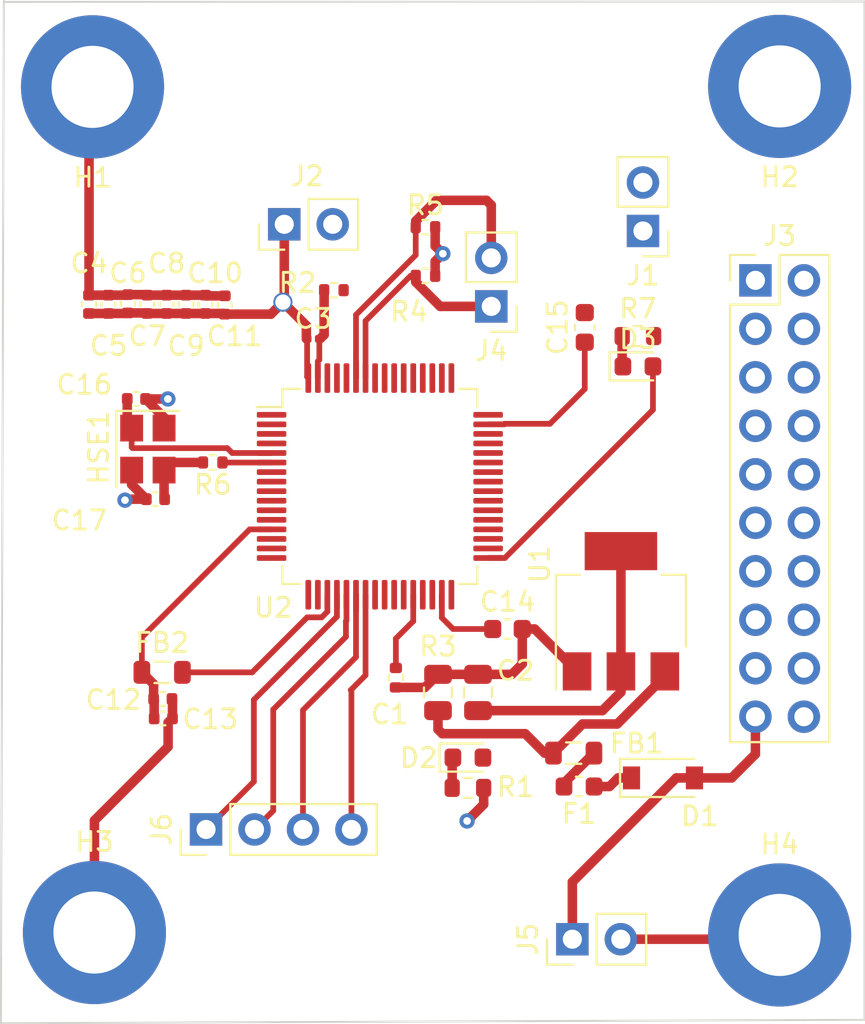
<source format=kicad_pcb>
(kicad_pcb (version 20171130) (host pcbnew "(5.1.9)-1")

  (general
    (thickness 1.6)
    (drawings 4)
    (tracks 174)
    (zones 0)
    (modules 43)
    (nets 71)
  )

  (page A4)
  (layers
    (0 F.Cu signal)
    (1 In1.Cu power hide)
    (2 In2.Cu power)
    (31 B.Cu signal)
    (32 B.Adhes user)
    (33 F.Adhes user)
    (34 B.Paste user)
    (35 F.Paste user)
    (36 B.SilkS user)
    (37 F.SilkS user)
    (38 B.Mask user)
    (39 F.Mask user)
    (40 Dwgs.User user)
    (41 Cmts.User user)
    (42 Eco1.User user)
    (43 Eco2.User user)
    (44 Edge.Cuts user)
    (45 Margin user)
    (46 B.CrtYd user)
    (47 F.CrtYd user)
    (48 B.Fab user hide)
    (49 F.Fab user hide)
  )

  (setup
    (last_trace_width 0.5)
    (user_trace_width 0.3)
    (user_trace_width 0.4)
    (user_trace_width 0.5)
    (user_trace_width 1)
    (trace_clearance 0.2)
    (zone_clearance 0.508)
    (zone_45_only no)
    (trace_min 0.2)
    (via_size 0.8)
    (via_drill 0.4)
    (via_min_size 0.4)
    (via_min_drill 0.3)
    (user_via 1 0.8)
    (uvia_size 0.3)
    (uvia_drill 0.1)
    (uvias_allowed no)
    (uvia_min_size 0.2)
    (uvia_min_drill 0.1)
    (edge_width 0.1)
    (segment_width 0.2)
    (pcb_text_width 0.3)
    (pcb_text_size 1.5 1.5)
    (mod_edge_width 0.15)
    (mod_text_size 1 1)
    (mod_text_width 0.15)
    (pad_size 1.524 1.524)
    (pad_drill 0.762)
    (pad_to_mask_clearance 0)
    (aux_axis_origin 0 0)
    (visible_elements 7FFFFFFF)
    (pcbplotparams
      (layerselection 0x010fc_ffffffff)
      (usegerberextensions false)
      (usegerberattributes true)
      (usegerberadvancedattributes true)
      (creategerberjobfile true)
      (excludeedgelayer true)
      (linewidth 0.100000)
      (plotframeref false)
      (viasonmask false)
      (mode 1)
      (useauxorigin false)
      (hpglpennumber 1)
      (hpglpenspeed 20)
      (hpglpendiameter 15.000000)
      (psnegative false)
      (psa4output false)
      (plotreference true)
      (plotvalue true)
      (plotinvisibletext false)
      (padsonsilk false)
      (subtractmaskfromsilk false)
      (outputformat 1)
      (mirror false)
      (drillshape 1)
      (scaleselection 1)
      (outputdirectory ""))
  )

  (net 0 "")
  (net 1 "Net-(C1-Pad1)")
  (net 2 GND)
  (net 3 +3V3)
  (net 4 +3.3VA)
  (net 5 "Net-(C14-Pad1)")
  (net 6 "Net-(C15-Pad1)")
  (net 7 HSE_IN)
  (net 8 "Net-(C17-Pad1)")
  (net 9 "Net-(D1-Pad1)")
  (net 10 VCC)
  (net 11 "Net-(D2-Pad1)")
  (net 12 "Net-(D3-Pad2)")
  (net 13 "Net-(D3-Pad1)")
  (net 14 "Net-(F1-Pad2)")
  (net 15 USART1_TX)
  (net 16 USART1_RX)
  (net 17 "Net-(J3-Pad2)")
  (net 18 "Net-(J3-Pad3)")
  (net 19 "Net-(J3-Pad5)")
  (net 20 SWDIO)
  (net 21 SWCLK)
  (net 22 "Net-(J3-Pad11)")
  (net 23 SWO)
  (net 24 NRST)
  (net 25 "Net-(J3-Pad17)")
  (net 26 I2C_SDA)
  (net 27 I2C_SCL)
  (net 28 SPI_CS)
  (net 29 SPI_SCK)
  (net 30 SPI_MISO)
  (net 31 SPI_MOSI)
  (net 32 PB11)
  (net 33 PB10)
  (net 34 PB9)
  (net 35 PB8)
  (net 36 PB5)
  (net 37 PB4)
  (net 38 PB1)
  (net 39 PB0)
  (net 40 PA15)
  (net 41 PA14)
  (net 42 PA13)
  (net 43 PA12)
  (net 44 PA11)
  (net 45 PA8)
  (net 46 PA3)
  (net 47 PA2)
  (net 48 PA1)
  (net 49 PA0)
  (net 50 PB15)
  (net 51 PC0)
  (net 52 PC1)
  (net 53 PC2)
  (net 54 PC3)
  (net 55 PC4)
  (net 56 PC5)
  (net 57 PC6)
  (net 58 PC7)
  (net 59 PC8)
  (net 60 PC9)
  (net 61 PC10)
  (net 62 PC11)
  (net 63 PC12)
  (net 64 PC13)
  (net 65 PC14)
  (net 66 PC15)
  (net 67 PD2)
  (net 68 BOOT0)
  (net 69 BOOT1)
  (net 70 HSE_OUT)

  (net_class Default "This is the default net class."
    (clearance 0.2)
    (trace_width 0.25)
    (via_dia 0.8)
    (via_drill 0.4)
    (uvia_dia 0.3)
    (uvia_drill 0.1)
    (add_net +3.3VA)
    (add_net +3V3)
    (add_net BOOT0)
    (add_net BOOT1)
    (add_net GND)
    (add_net HSE_IN)
    (add_net HSE_OUT)
    (add_net I2C_SCL)
    (add_net I2C_SDA)
    (add_net NRST)
    (add_net "Net-(C1-Pad1)")
    (add_net "Net-(C14-Pad1)")
    (add_net "Net-(C15-Pad1)")
    (add_net "Net-(C17-Pad1)")
    (add_net "Net-(D1-Pad1)")
    (add_net "Net-(D2-Pad1)")
    (add_net "Net-(D3-Pad1)")
    (add_net "Net-(D3-Pad2)")
    (add_net "Net-(F1-Pad2)")
    (add_net "Net-(J3-Pad11)")
    (add_net "Net-(J3-Pad17)")
    (add_net "Net-(J3-Pad2)")
    (add_net "Net-(J3-Pad3)")
    (add_net "Net-(J3-Pad5)")
    (add_net PA0)
    (add_net PA1)
    (add_net PA11)
    (add_net PA12)
    (add_net PA13)
    (add_net PA14)
    (add_net PA15)
    (add_net PA2)
    (add_net PA3)
    (add_net PA8)
    (add_net PB0)
    (add_net PB1)
    (add_net PB10)
    (add_net PB11)
    (add_net PB15)
    (add_net PB4)
    (add_net PB5)
    (add_net PB8)
    (add_net PB9)
    (add_net PC0)
    (add_net PC1)
    (add_net PC10)
    (add_net PC11)
    (add_net PC12)
    (add_net PC13)
    (add_net PC14)
    (add_net PC15)
    (add_net PC2)
    (add_net PC3)
    (add_net PC4)
    (add_net PC5)
    (add_net PC6)
    (add_net PC7)
    (add_net PC8)
    (add_net PC9)
    (add_net PD2)
    (add_net SPI_CS)
    (add_net SPI_MISO)
    (add_net SPI_MOSI)
    (add_net SPI_SCK)
    (add_net SWCLK)
    (add_net SWDIO)
    (add_net SWO)
    (add_net USART1_RX)
    (add_net USART1_TX)
    (add_net VCC)
  )

  (module Capacitor_SMD:C_0805_2012Metric (layer F.Cu) (tedit 5F68FEEE) (tstamp 600BA56F)
    (at 76.708 142.875 90)
    (descr "Capacitor SMD 0805 (2012 Metric), square (rectangular) end terminal, IPC_7351 nominal, (Body size source: IPC-SM-782 page 76, https://www.pcb-3d.com/wordpress/wp-content/uploads/ipc-sm-782a_amendment_1_and_2.pdf, https://docs.google.com/spreadsheets/d/1BsfQQcO9C6DZCsRaXUlFlo91Tg2WpOkGARC1WS5S8t0/edit?usp=sharing), generated with kicad-footprint-generator")
    (tags capacitor)
    (path /600CCD25)
    (attr smd)
    (fp_text reference C1 (at -1.143 -2.54 180) (layer F.SilkS)
      (effects (font (size 1 1) (thickness 0.15)))
    )
    (fp_text value 10uf (at 0 1.68 90) (layer F.Fab)
      (effects (font (size 1 1) (thickness 0.15)))
    )
    (fp_line (start -1 0.625) (end -1 -0.625) (layer F.Fab) (width 0.1))
    (fp_line (start -1 -0.625) (end 1 -0.625) (layer F.Fab) (width 0.1))
    (fp_line (start 1 -0.625) (end 1 0.625) (layer F.Fab) (width 0.1))
    (fp_line (start 1 0.625) (end -1 0.625) (layer F.Fab) (width 0.1))
    (fp_line (start -0.261252 -0.735) (end 0.261252 -0.735) (layer F.SilkS) (width 0.12))
    (fp_line (start -0.261252 0.735) (end 0.261252 0.735) (layer F.SilkS) (width 0.12))
    (fp_line (start -1.7 0.98) (end -1.7 -0.98) (layer F.CrtYd) (width 0.05))
    (fp_line (start -1.7 -0.98) (end 1.7 -0.98) (layer F.CrtYd) (width 0.05))
    (fp_line (start 1.7 -0.98) (end 1.7 0.98) (layer F.CrtYd) (width 0.05))
    (fp_line (start 1.7 0.98) (end -1.7 0.98) (layer F.CrtYd) (width 0.05))
    (fp_text user %R (at 0 0 90) (layer F.Fab)
      (effects (font (size 0.5 0.5) (thickness 0.08)))
    )
    (pad 1 smd roundrect (at -0.95 0 90) (size 1 1.45) (layers F.Cu F.Paste F.Mask) (roundrect_rratio 0.25)
      (net 1 "Net-(C1-Pad1)"))
    (pad 2 smd roundrect (at 0.95 0 90) (size 1 1.45) (layers F.Cu F.Paste F.Mask) (roundrect_rratio 0.25)
      (net 2 GND))
    (model ${KISYS3DMOD}/Capacitor_SMD.3dshapes/C_0805_2012Metric.wrl
      (at (xyz 0 0 0))
      (scale (xyz 1 1 1))
      (rotate (xyz 0 0 0))
    )
  )

  (module Capacitor_SMD:C_0805_2012Metric (layer F.Cu) (tedit 5F68FEEE) (tstamp 600BA580)
    (at 78.8035 142.875 90)
    (descr "Capacitor SMD 0805 (2012 Metric), square (rectangular) end terminal, IPC_7351 nominal, (Body size source: IPC-SM-782 page 76, https://www.pcb-3d.com/wordpress/wp-content/uploads/ipc-sm-782a_amendment_1_and_2.pdf, https://docs.google.com/spreadsheets/d/1BsfQQcO9C6DZCsRaXUlFlo91Tg2WpOkGARC1WS5S8t0/edit?usp=sharing), generated with kicad-footprint-generator")
    (tags capacitor)
    (path /600D0BBE)
    (attr smd)
    (fp_text reference C2 (at 1.143 1.9685 180) (layer F.SilkS)
      (effects (font (size 1 1) (thickness 0.15)))
    )
    (fp_text value 10uf (at 0 1.68 90) (layer F.Fab)
      (effects (font (size 1 1) (thickness 0.15)))
    )
    (fp_line (start 1.7 0.98) (end -1.7 0.98) (layer F.CrtYd) (width 0.05))
    (fp_line (start 1.7 -0.98) (end 1.7 0.98) (layer F.CrtYd) (width 0.05))
    (fp_line (start -1.7 -0.98) (end 1.7 -0.98) (layer F.CrtYd) (width 0.05))
    (fp_line (start -1.7 0.98) (end -1.7 -0.98) (layer F.CrtYd) (width 0.05))
    (fp_line (start -0.261252 0.735) (end 0.261252 0.735) (layer F.SilkS) (width 0.12))
    (fp_line (start -0.261252 -0.735) (end 0.261252 -0.735) (layer F.SilkS) (width 0.12))
    (fp_line (start 1 0.625) (end -1 0.625) (layer F.Fab) (width 0.1))
    (fp_line (start 1 -0.625) (end 1 0.625) (layer F.Fab) (width 0.1))
    (fp_line (start -1 -0.625) (end 1 -0.625) (layer F.Fab) (width 0.1))
    (fp_line (start -1 0.625) (end -1 -0.625) (layer F.Fab) (width 0.1))
    (fp_text user %R (at 0 0 90) (layer F.Fab)
      (effects (font (size 0.5 0.5) (thickness 0.08)))
    )
    (pad 2 smd roundrect (at 0.95 0 90) (size 1 1.45) (layers F.Cu F.Paste F.Mask) (roundrect_rratio 0.25)
      (net 2 GND))
    (pad 1 smd roundrect (at -0.95 0 90) (size 1 1.45) (layers F.Cu F.Paste F.Mask) (roundrect_rratio 0.25)
      (net 3 +3V3))
    (model ${KISYS3DMOD}/Capacitor_SMD.3dshapes/C_0805_2012Metric.wrl
      (at (xyz 0 0 0))
      (scale (xyz 1 1 1))
      (rotate (xyz 0 0 0))
    )
  )

  (module Capacitor_SMD:C_0201_0603Metric (layer F.Cu) (tedit 5F68FEEE) (tstamp 600BA591)
    (at 70.1675 124.35)
    (descr "Capacitor SMD 0201 (0603 Metric), square (rectangular) end terminal, IPC_7351 nominal, (Body size source: https://www.vishay.com/docs/20052/crcw0201e3.pdf), generated with kicad-footprint-generator")
    (tags capacitor)
    (path /6011D5F1)
    (attr smd)
    (fp_text reference C3 (at 0 -1.05) (layer F.SilkS)
      (effects (font (size 1 1) (thickness 0.15)))
    )
    (fp_text value 10uf (at 0 1.05) (layer F.Fab)
      (effects (font (size 1 1) (thickness 0.15)))
    )
    (fp_line (start -0.3 0.15) (end -0.3 -0.15) (layer F.Fab) (width 0.1))
    (fp_line (start -0.3 -0.15) (end 0.3 -0.15) (layer F.Fab) (width 0.1))
    (fp_line (start 0.3 -0.15) (end 0.3 0.15) (layer F.Fab) (width 0.1))
    (fp_line (start 0.3 0.15) (end -0.3 0.15) (layer F.Fab) (width 0.1))
    (fp_line (start -0.7 0.35) (end -0.7 -0.35) (layer F.CrtYd) (width 0.05))
    (fp_line (start -0.7 -0.35) (end 0.7 -0.35) (layer F.CrtYd) (width 0.05))
    (fp_line (start 0.7 -0.35) (end 0.7 0.35) (layer F.CrtYd) (width 0.05))
    (fp_line (start 0.7 0.35) (end -0.7 0.35) (layer F.CrtYd) (width 0.05))
    (fp_text user %R (at 0 -0.68) (layer F.Fab)
      (effects (font (size 0.25 0.25) (thickness 0.04)))
    )
    (pad "" smd roundrect (at -0.345 0) (size 0.318 0.36) (layers F.Paste) (roundrect_rratio 0.25))
    (pad "" smd roundrect (at 0.345 0) (size 0.318 0.36) (layers F.Paste) (roundrect_rratio 0.25))
    (pad 1 smd roundrect (at -0.32 0) (size 0.46 0.4) (layers F.Cu F.Mask) (roundrect_rratio 0.25)
      (net 3 +3V3))
    (pad 2 smd roundrect (at 0.32 0) (size 0.46 0.4) (layers F.Cu F.Mask) (roundrect_rratio 0.25)
      (net 2 GND))
    (model ${KISYS3DMOD}/Capacitor_SMD.3dshapes/C_0201_0603Metric.wrl
      (at (xyz 0 0 0))
      (scale (xyz 1 1 1))
      (rotate (xyz 0 0 0))
    )
  )

  (module Capacitor_SMD:C_0402_1005Metric (layer F.Cu) (tedit 5F68FEEE) (tstamp 600CA71A)
    (at 58.417 122.5415 90)
    (descr "Capacitor SMD 0402 (1005 Metric), square (rectangular) end terminal, IPC_7351 nominal, (Body size source: IPC-SM-782 page 76, https://www.pcb-3d.com/wordpress/wp-content/uploads/ipc-sm-782a_amendment_1_and_2.pdf), generated with kicad-footprint-generator")
    (tags capacitor)
    (path /60119112)
    (attr smd)
    (fp_text reference C4 (at 2.1455 0.003) (layer F.SilkS)
      (effects (font (size 1 1) (thickness 0.15)))
    )
    (fp_text value 100nf (at 0 1.16 90) (layer F.Fab)
      (effects (font (size 1 1) (thickness 0.15)))
    )
    (fp_line (start -0.5 0.25) (end -0.5 -0.25) (layer F.Fab) (width 0.1))
    (fp_line (start -0.5 -0.25) (end 0.5 -0.25) (layer F.Fab) (width 0.1))
    (fp_line (start 0.5 -0.25) (end 0.5 0.25) (layer F.Fab) (width 0.1))
    (fp_line (start 0.5 0.25) (end -0.5 0.25) (layer F.Fab) (width 0.1))
    (fp_line (start -0.107836 -0.36) (end 0.107836 -0.36) (layer F.SilkS) (width 0.12))
    (fp_line (start -0.107836 0.36) (end 0.107836 0.36) (layer F.SilkS) (width 0.12))
    (fp_line (start -0.91 0.46) (end -0.91 -0.46) (layer F.CrtYd) (width 0.05))
    (fp_line (start -0.91 -0.46) (end 0.91 -0.46) (layer F.CrtYd) (width 0.05))
    (fp_line (start 0.91 -0.46) (end 0.91 0.46) (layer F.CrtYd) (width 0.05))
    (fp_line (start 0.91 0.46) (end -0.91 0.46) (layer F.CrtYd) (width 0.05))
    (fp_text user %R (at 0 0 90) (layer F.Fab)
      (effects (font (size 0.25 0.25) (thickness 0.04)))
    )
    (pad 1 smd roundrect (at -0.48 0 90) (size 0.56 0.62) (layers F.Cu F.Paste F.Mask) (roundrect_rratio 0.25)
      (net 3 +3V3))
    (pad 2 smd roundrect (at 0.48 0 90) (size 0.56 0.62) (layers F.Cu F.Paste F.Mask) (roundrect_rratio 0.25)
      (net 2 GND))
    (model ${KISYS3DMOD}/Capacitor_SMD.3dshapes/C_0402_1005Metric.wrl
      (at (xyz 0 0 0))
      (scale (xyz 1 1 1))
      (rotate (xyz 0 0 0))
    )
  )

  (module Capacitor_SMD:C_0402_1005Metric (layer F.Cu) (tedit 5F68FEEE) (tstamp 600CA74A)
    (at 59.433 122.5415 90)
    (descr "Capacitor SMD 0402 (1005 Metric), square (rectangular) end terminal, IPC_7351 nominal, (Body size source: IPC-SM-782 page 76, https://www.pcb-3d.com/wordpress/wp-content/uploads/ipc-sm-782a_amendment_1_and_2.pdf), generated with kicad-footprint-generator")
    (tags capacitor)
    (path /60116FEC)
    (attr smd)
    (fp_text reference C5 (at -2.1725 0.003 180) (layer F.SilkS)
      (effects (font (size 1 1) (thickness 0.15)))
    )
    (fp_text value 100nf (at 0 1.16 90) (layer F.Fab)
      (effects (font (size 1 1) (thickness 0.15)))
    )
    (fp_line (start -0.5 0.25) (end -0.5 -0.25) (layer F.Fab) (width 0.1))
    (fp_line (start -0.5 -0.25) (end 0.5 -0.25) (layer F.Fab) (width 0.1))
    (fp_line (start 0.5 -0.25) (end 0.5 0.25) (layer F.Fab) (width 0.1))
    (fp_line (start 0.5 0.25) (end -0.5 0.25) (layer F.Fab) (width 0.1))
    (fp_line (start -0.107836 -0.36) (end 0.107836 -0.36) (layer F.SilkS) (width 0.12))
    (fp_line (start -0.107836 0.36) (end 0.107836 0.36) (layer F.SilkS) (width 0.12))
    (fp_line (start -0.91 0.46) (end -0.91 -0.46) (layer F.CrtYd) (width 0.05))
    (fp_line (start -0.91 -0.46) (end 0.91 -0.46) (layer F.CrtYd) (width 0.05))
    (fp_line (start 0.91 -0.46) (end 0.91 0.46) (layer F.CrtYd) (width 0.05))
    (fp_line (start 0.91 0.46) (end -0.91 0.46) (layer F.CrtYd) (width 0.05))
    (fp_text user %R (at 0 0 90) (layer F.Fab)
      (effects (font (size 0.25 0.25) (thickness 0.04)))
    )
    (pad 1 smd roundrect (at -0.48 0 90) (size 0.56 0.62) (layers F.Cu F.Paste F.Mask) (roundrect_rratio 0.25)
      (net 3 +3V3))
    (pad 2 smd roundrect (at 0.48 0 90) (size 0.56 0.62) (layers F.Cu F.Paste F.Mask) (roundrect_rratio 0.25)
      (net 2 GND))
    (model ${KISYS3DMOD}/Capacitor_SMD.3dshapes/C_0402_1005Metric.wrl
      (at (xyz 0 0 0))
      (scale (xyz 1 1 1))
      (rotate (xyz 0 0 0))
    )
  )

  (module Capacitor_SMD:C_0402_1005Metric (layer F.Cu) (tedit 5F68FEEE) (tstamp 600CA68A)
    (at 60.449 122.5135 90)
    (descr "Capacitor SMD 0402 (1005 Metric), square (rectangular) end terminal, IPC_7351 nominal, (Body size source: IPC-SM-782 page 76, https://www.pcb-3d.com/wordpress/wp-content/uploads/ipc-sm-782a_amendment_1_and_2.pdf), generated with kicad-footprint-generator")
    (tags capacitor)
    (path /601173C5)
    (attr smd)
    (fp_text reference C6 (at 1.6095 0.003 180) (layer F.SilkS)
      (effects (font (size 1 1) (thickness 0.15)))
    )
    (fp_text value 100nf (at 0 1.16 90) (layer F.Fab)
      (effects (font (size 1 1) (thickness 0.15)))
    )
    (fp_line (start 0.91 0.46) (end -0.91 0.46) (layer F.CrtYd) (width 0.05))
    (fp_line (start 0.91 -0.46) (end 0.91 0.46) (layer F.CrtYd) (width 0.05))
    (fp_line (start -0.91 -0.46) (end 0.91 -0.46) (layer F.CrtYd) (width 0.05))
    (fp_line (start -0.91 0.46) (end -0.91 -0.46) (layer F.CrtYd) (width 0.05))
    (fp_line (start -0.107836 0.36) (end 0.107836 0.36) (layer F.SilkS) (width 0.12))
    (fp_line (start -0.107836 -0.36) (end 0.107836 -0.36) (layer F.SilkS) (width 0.12))
    (fp_line (start 0.5 0.25) (end -0.5 0.25) (layer F.Fab) (width 0.1))
    (fp_line (start 0.5 -0.25) (end 0.5 0.25) (layer F.Fab) (width 0.1))
    (fp_line (start -0.5 -0.25) (end 0.5 -0.25) (layer F.Fab) (width 0.1))
    (fp_line (start -0.5 0.25) (end -0.5 -0.25) (layer F.Fab) (width 0.1))
    (fp_text user %R (at 0 0 90) (layer F.Fab)
      (effects (font (size 0.25 0.25) (thickness 0.04)))
    )
    (pad 2 smd roundrect (at 0.48 0 90) (size 0.56 0.62) (layers F.Cu F.Paste F.Mask) (roundrect_rratio 0.25)
      (net 2 GND))
    (pad 1 smd roundrect (at -0.48 0 90) (size 0.56 0.62) (layers F.Cu F.Paste F.Mask) (roundrect_rratio 0.25)
      (net 3 +3V3))
    (model ${KISYS3DMOD}/Capacitor_SMD.3dshapes/C_0402_1005Metric.wrl
      (at (xyz 0 0 0))
      (scale (xyz 1 1 1))
      (rotate (xyz 0 0 0))
    )
  )

  (module Capacitor_SMD:C_0402_1005Metric (layer F.Cu) (tedit 5F68FEEE) (tstamp 600CA6BA)
    (at 61.465 122.5415 90)
    (descr "Capacitor SMD 0402 (1005 Metric), square (rectangular) end terminal, IPC_7351 nominal, (Body size source: IPC-SM-782 page 76, https://www.pcb-3d.com/wordpress/wp-content/uploads/ipc-sm-782a_amendment_1_and_2.pdf), generated with kicad-footprint-generator")
    (tags capacitor)
    (path /6011878E)
    (attr smd)
    (fp_text reference C7 (at -1.6645 0.003 180) (layer F.SilkS)
      (effects (font (size 1 1) (thickness 0.15)))
    )
    (fp_text value 100nf (at 0 1.16 90) (layer F.Fab)
      (effects (font (size 1 1) (thickness 0.15)))
    )
    (fp_line (start 0.91 0.46) (end -0.91 0.46) (layer F.CrtYd) (width 0.05))
    (fp_line (start 0.91 -0.46) (end 0.91 0.46) (layer F.CrtYd) (width 0.05))
    (fp_line (start -0.91 -0.46) (end 0.91 -0.46) (layer F.CrtYd) (width 0.05))
    (fp_line (start -0.91 0.46) (end -0.91 -0.46) (layer F.CrtYd) (width 0.05))
    (fp_line (start -0.107836 0.36) (end 0.107836 0.36) (layer F.SilkS) (width 0.12))
    (fp_line (start -0.107836 -0.36) (end 0.107836 -0.36) (layer F.SilkS) (width 0.12))
    (fp_line (start 0.5 0.25) (end -0.5 0.25) (layer F.Fab) (width 0.1))
    (fp_line (start 0.5 -0.25) (end 0.5 0.25) (layer F.Fab) (width 0.1))
    (fp_line (start -0.5 -0.25) (end 0.5 -0.25) (layer F.Fab) (width 0.1))
    (fp_line (start -0.5 0.25) (end -0.5 -0.25) (layer F.Fab) (width 0.1))
    (fp_text user %R (at 0 0 90) (layer F.Fab)
      (effects (font (size 0.25 0.25) (thickness 0.04)))
    )
    (pad 2 smd roundrect (at 0.48 0 90) (size 0.56 0.62) (layers F.Cu F.Paste F.Mask) (roundrect_rratio 0.25)
      (net 2 GND))
    (pad 1 smd roundrect (at -0.48 0 90) (size 0.56 0.62) (layers F.Cu F.Paste F.Mask) (roundrect_rratio 0.25)
      (net 3 +3V3))
    (model ${KISYS3DMOD}/Capacitor_SMD.3dshapes/C_0402_1005Metric.wrl
      (at (xyz 0 0 0))
      (scale (xyz 1 1 1))
      (rotate (xyz 0 0 0))
    )
  )

  (module Capacitor_SMD:C_0402_1005Metric (layer F.Cu) (tedit 5F68FEEE) (tstamp 600CA6EA)
    (at 62.481 122.5415 90)
    (descr "Capacitor SMD 0402 (1005 Metric), square (rectangular) end terminal, IPC_7351 nominal, (Body size source: IPC-SM-782 page 76, https://www.pcb-3d.com/wordpress/wp-content/uploads/ipc-sm-782a_amendment_1_and_2.pdf), generated with kicad-footprint-generator")
    (tags capacitor)
    (path /60118A0B)
    (attr smd)
    (fp_text reference C8 (at 2.1455 0.003 180) (layer F.SilkS)
      (effects (font (size 1 1) (thickness 0.15)))
    )
    (fp_text value 100nf (at 0 1.16 90) (layer F.Fab)
      (effects (font (size 1 1) (thickness 0.15)))
    )
    (fp_line (start -0.5 0.25) (end -0.5 -0.25) (layer F.Fab) (width 0.1))
    (fp_line (start -0.5 -0.25) (end 0.5 -0.25) (layer F.Fab) (width 0.1))
    (fp_line (start 0.5 -0.25) (end 0.5 0.25) (layer F.Fab) (width 0.1))
    (fp_line (start 0.5 0.25) (end -0.5 0.25) (layer F.Fab) (width 0.1))
    (fp_line (start -0.107836 -0.36) (end 0.107836 -0.36) (layer F.SilkS) (width 0.12))
    (fp_line (start -0.107836 0.36) (end 0.107836 0.36) (layer F.SilkS) (width 0.12))
    (fp_line (start -0.91 0.46) (end -0.91 -0.46) (layer F.CrtYd) (width 0.05))
    (fp_line (start -0.91 -0.46) (end 0.91 -0.46) (layer F.CrtYd) (width 0.05))
    (fp_line (start 0.91 -0.46) (end 0.91 0.46) (layer F.CrtYd) (width 0.05))
    (fp_line (start 0.91 0.46) (end -0.91 0.46) (layer F.CrtYd) (width 0.05))
    (fp_text user %R (at 0 0 90) (layer F.Fab)
      (effects (font (size 0.25 0.25) (thickness 0.04)))
    )
    (pad 1 smd roundrect (at -0.48 0 90) (size 0.56 0.62) (layers F.Cu F.Paste F.Mask) (roundrect_rratio 0.25)
      (net 3 +3V3))
    (pad 2 smd roundrect (at 0.48 0 90) (size 0.56 0.62) (layers F.Cu F.Paste F.Mask) (roundrect_rratio 0.25)
      (net 2 GND))
    (model ${KISYS3DMOD}/Capacitor_SMD.3dshapes/C_0402_1005Metric.wrl
      (at (xyz 0 0 0))
      (scale (xyz 1 1 1))
      (rotate (xyz 0 0 0))
    )
  )

  (module Capacitor_SMD:C_0402_1005Metric (layer F.Cu) (tedit 5F68FEEE) (tstamp 600CA65A)
    (at 63.497 122.5415 90)
    (descr "Capacitor SMD 0402 (1005 Metric), square (rectangular) end terminal, IPC_7351 nominal, (Body size source: IPC-SM-782 page 76, https://www.pcb-3d.com/wordpress/wp-content/uploads/ipc-sm-782a_amendment_1_and_2.pdf), generated with kicad-footprint-generator")
    (tags capacitor)
    (path /60118C2A)
    (attr smd)
    (fp_text reference C9 (at -2.1725 0.003 180) (layer F.SilkS)
      (effects (font (size 1 1) (thickness 0.15)))
    )
    (fp_text value 100nf (at 0 1.16 90) (layer F.Fab)
      (effects (font (size 1 1) (thickness 0.15)))
    )
    (fp_line (start -0.5 0.25) (end -0.5 -0.25) (layer F.Fab) (width 0.1))
    (fp_line (start -0.5 -0.25) (end 0.5 -0.25) (layer F.Fab) (width 0.1))
    (fp_line (start 0.5 -0.25) (end 0.5 0.25) (layer F.Fab) (width 0.1))
    (fp_line (start 0.5 0.25) (end -0.5 0.25) (layer F.Fab) (width 0.1))
    (fp_line (start -0.107836 -0.36) (end 0.107836 -0.36) (layer F.SilkS) (width 0.12))
    (fp_line (start -0.107836 0.36) (end 0.107836 0.36) (layer F.SilkS) (width 0.12))
    (fp_line (start -0.91 0.46) (end -0.91 -0.46) (layer F.CrtYd) (width 0.05))
    (fp_line (start -0.91 -0.46) (end 0.91 -0.46) (layer F.CrtYd) (width 0.05))
    (fp_line (start 0.91 -0.46) (end 0.91 0.46) (layer F.CrtYd) (width 0.05))
    (fp_line (start 0.91 0.46) (end -0.91 0.46) (layer F.CrtYd) (width 0.05))
    (fp_text user %R (at 0 0 90) (layer F.Fab)
      (effects (font (size 0.25 0.25) (thickness 0.04)))
    )
    (pad 1 smd roundrect (at -0.48 0 90) (size 0.56 0.62) (layers F.Cu F.Paste F.Mask) (roundrect_rratio 0.25)
      (net 3 +3V3))
    (pad 2 smd roundrect (at 0.48 0 90) (size 0.56 0.62) (layers F.Cu F.Paste F.Mask) (roundrect_rratio 0.25)
      (net 2 GND))
    (model ${KISYS3DMOD}/Capacitor_SMD.3dshapes/C_0402_1005Metric.wrl
      (at (xyz 0 0 0))
      (scale (xyz 1 1 1))
      (rotate (xyz 0 0 0))
    )
  )

  (module Capacitor_SMD:C_0402_1005Metric (layer F.Cu) (tedit 5F68FEEE) (tstamp 600CA62A)
    (at 64.513 122.5415 90)
    (descr "Capacitor SMD 0402 (1005 Metric), square (rectangular) end terminal, IPC_7351 nominal, (Body size source: IPC-SM-782 page 76, https://www.pcb-3d.com/wordpress/wp-content/uploads/ipc-sm-782a_amendment_1_and_2.pdf), generated with kicad-footprint-generator")
    (tags capacitor)
    (path /60118E88)
    (attr smd)
    (fp_text reference C10 (at 1.6375 0.511 180) (layer F.SilkS)
      (effects (font (size 1 1) (thickness 0.15)))
    )
    (fp_text value 100nf (at 0 1.16 90) (layer F.Fab)
      (effects (font (size 1 1) (thickness 0.15)))
    )
    (fp_line (start 0.91 0.46) (end -0.91 0.46) (layer F.CrtYd) (width 0.05))
    (fp_line (start 0.91 -0.46) (end 0.91 0.46) (layer F.CrtYd) (width 0.05))
    (fp_line (start -0.91 -0.46) (end 0.91 -0.46) (layer F.CrtYd) (width 0.05))
    (fp_line (start -0.91 0.46) (end -0.91 -0.46) (layer F.CrtYd) (width 0.05))
    (fp_line (start -0.107836 0.36) (end 0.107836 0.36) (layer F.SilkS) (width 0.12))
    (fp_line (start -0.107836 -0.36) (end 0.107836 -0.36) (layer F.SilkS) (width 0.12))
    (fp_line (start 0.5 0.25) (end -0.5 0.25) (layer F.Fab) (width 0.1))
    (fp_line (start 0.5 -0.25) (end 0.5 0.25) (layer F.Fab) (width 0.1))
    (fp_line (start -0.5 -0.25) (end 0.5 -0.25) (layer F.Fab) (width 0.1))
    (fp_line (start -0.5 0.25) (end -0.5 -0.25) (layer F.Fab) (width 0.1))
    (fp_text user %R (at 0 0 90) (layer F.Fab)
      (effects (font (size 0.25 0.25) (thickness 0.04)))
    )
    (pad 2 smd roundrect (at 0.48 0 90) (size 0.56 0.62) (layers F.Cu F.Paste F.Mask) (roundrect_rratio 0.25)
      (net 2 GND))
    (pad 1 smd roundrect (at -0.48 0 90) (size 0.56 0.62) (layers F.Cu F.Paste F.Mask) (roundrect_rratio 0.25)
      (net 3 +3V3))
    (model ${KISYS3DMOD}/Capacitor_SMD.3dshapes/C_0402_1005Metric.wrl
      (at (xyz 0 0 0))
      (scale (xyz 1 1 1))
      (rotate (xyz 0 0 0))
    )
  )

  (module Capacitor_SMD:C_0402_1005Metric (layer F.Cu) (tedit 5F68FEEE) (tstamp 600CA5FA)
    (at 65.529 122.577 90)
    (descr "Capacitor SMD 0402 (1005 Metric), square (rectangular) end terminal, IPC_7351 nominal, (Body size source: IPC-SM-782 page 76, https://www.pcb-3d.com/wordpress/wp-content/uploads/ipc-sm-782a_amendment_1_and_2.pdf), generated with kicad-footprint-generator")
    (tags capacitor)
    (path /601192A4)
    (attr smd)
    (fp_text reference C11 (at -1.629 0.511 180) (layer F.SilkS)
      (effects (font (size 1 1) (thickness 0.15)))
    )
    (fp_text value 100nf (at 0 1.16 90) (layer F.Fab)
      (effects (font (size 1 1) (thickness 0.15)))
    )
    (fp_line (start 0.91 0.46) (end -0.91 0.46) (layer F.CrtYd) (width 0.05))
    (fp_line (start 0.91 -0.46) (end 0.91 0.46) (layer F.CrtYd) (width 0.05))
    (fp_line (start -0.91 -0.46) (end 0.91 -0.46) (layer F.CrtYd) (width 0.05))
    (fp_line (start -0.91 0.46) (end -0.91 -0.46) (layer F.CrtYd) (width 0.05))
    (fp_line (start -0.107836 0.36) (end 0.107836 0.36) (layer F.SilkS) (width 0.12))
    (fp_line (start -0.107836 -0.36) (end 0.107836 -0.36) (layer F.SilkS) (width 0.12))
    (fp_line (start 0.5 0.25) (end -0.5 0.25) (layer F.Fab) (width 0.1))
    (fp_line (start 0.5 -0.25) (end 0.5 0.25) (layer F.Fab) (width 0.1))
    (fp_line (start -0.5 -0.25) (end 0.5 -0.25) (layer F.Fab) (width 0.1))
    (fp_line (start -0.5 0.25) (end -0.5 -0.25) (layer F.Fab) (width 0.1))
    (fp_text user %R (at 0 0 90) (layer F.Fab)
      (effects (font (size 0.25 0.25) (thickness 0.04)))
    )
    (pad 2 smd roundrect (at 0.48 0 90) (size 0.56 0.62) (layers F.Cu F.Paste F.Mask) (roundrect_rratio 0.25)
      (net 2 GND))
    (pad 1 smd roundrect (at -0.48 0 90) (size 0.56 0.62) (layers F.Cu F.Paste F.Mask) (roundrect_rratio 0.25)
      (net 3 +3V3))
    (model ${KISYS3DMOD}/Capacitor_SMD.3dshapes/C_0402_1005Metric.wrl
      (at (xyz 0 0 0))
      (scale (xyz 1 1 1))
      (rotate (xyz 0 0 0))
    )
  )

  (module Capacitor_SMD:C_0402_1005Metric (layer F.Cu) (tedit 5F68FEEE) (tstamp 600BA62A)
    (at 62.2835 143.2165)
    (descr "Capacitor SMD 0402 (1005 Metric), square (rectangular) end terminal, IPC_7351 nominal, (Body size source: IPC-SM-782 page 76, https://www.pcb-3d.com/wordpress/wp-content/uploads/ipc-sm-782a_amendment_1_and_2.pdf), generated with kicad-footprint-generator")
    (tags capacitor)
    (path /600F35A7)
    (attr smd)
    (fp_text reference C12 (at -2.5935 0.0395) (layer F.SilkS)
      (effects (font (size 1 1) (thickness 0.15)))
    )
    (fp_text value 100nf (at 0 1.16) (layer F.Fab)
      (effects (font (size 1 1) (thickness 0.15)))
    )
    (fp_line (start 0.91 0.46) (end -0.91 0.46) (layer F.CrtYd) (width 0.05))
    (fp_line (start 0.91 -0.46) (end 0.91 0.46) (layer F.CrtYd) (width 0.05))
    (fp_line (start -0.91 -0.46) (end 0.91 -0.46) (layer F.CrtYd) (width 0.05))
    (fp_line (start -0.91 0.46) (end -0.91 -0.46) (layer F.CrtYd) (width 0.05))
    (fp_line (start -0.107836 0.36) (end 0.107836 0.36) (layer F.SilkS) (width 0.12))
    (fp_line (start -0.107836 -0.36) (end 0.107836 -0.36) (layer F.SilkS) (width 0.12))
    (fp_line (start 0.5 0.25) (end -0.5 0.25) (layer F.Fab) (width 0.1))
    (fp_line (start 0.5 -0.25) (end 0.5 0.25) (layer F.Fab) (width 0.1))
    (fp_line (start -0.5 -0.25) (end 0.5 -0.25) (layer F.Fab) (width 0.1))
    (fp_line (start -0.5 0.25) (end -0.5 -0.25) (layer F.Fab) (width 0.1))
    (fp_text user %R (at 0 0) (layer F.Fab)
      (effects (font (size 0.25 0.25) (thickness 0.04)))
    )
    (pad 2 smd roundrect (at 0.48 0) (size 0.56 0.62) (layers F.Cu F.Paste F.Mask) (roundrect_rratio 0.25)
      (net 2 GND))
    (pad 1 smd roundrect (at -0.48 0) (size 0.56 0.62) (layers F.Cu F.Paste F.Mask) (roundrect_rratio 0.25)
      (net 4 +3.3VA))
    (model ${KISYS3DMOD}/Capacitor_SMD.3dshapes/C_0402_1005Metric.wrl
      (at (xyz 0 0 0))
      (scale (xyz 1 1 1))
      (rotate (xyz 0 0 0))
    )
  )

  (module Capacitor_SMD:C_0402_1005Metric (layer F.Cu) (tedit 5F68FEEE) (tstamp 600BA63B)
    (at 62.3115 144.2325)
    (descr "Capacitor SMD 0402 (1005 Metric), square (rectangular) end terminal, IPC_7351 nominal, (Body size source: IPC-SM-782 page 76, https://www.pcb-3d.com/wordpress/wp-content/uploads/ipc-sm-782a_amendment_1_and_2.pdf), generated with kicad-footprint-generator")
    (tags capacitor)
    (path /600F3EC6)
    (attr smd)
    (fp_text reference C13 (at 2.4585 0.0395) (layer F.SilkS)
      (effects (font (size 1 1) (thickness 0.15)))
    )
    (fp_text value 10nf (at 0 1.16) (layer F.Fab)
      (effects (font (size 1 1) (thickness 0.15)))
    )
    (fp_line (start -0.5 0.25) (end -0.5 -0.25) (layer F.Fab) (width 0.1))
    (fp_line (start -0.5 -0.25) (end 0.5 -0.25) (layer F.Fab) (width 0.1))
    (fp_line (start 0.5 -0.25) (end 0.5 0.25) (layer F.Fab) (width 0.1))
    (fp_line (start 0.5 0.25) (end -0.5 0.25) (layer F.Fab) (width 0.1))
    (fp_line (start -0.107836 -0.36) (end 0.107836 -0.36) (layer F.SilkS) (width 0.12))
    (fp_line (start -0.107836 0.36) (end 0.107836 0.36) (layer F.SilkS) (width 0.12))
    (fp_line (start -0.91 0.46) (end -0.91 -0.46) (layer F.CrtYd) (width 0.05))
    (fp_line (start -0.91 -0.46) (end 0.91 -0.46) (layer F.CrtYd) (width 0.05))
    (fp_line (start 0.91 -0.46) (end 0.91 0.46) (layer F.CrtYd) (width 0.05))
    (fp_line (start 0.91 0.46) (end -0.91 0.46) (layer F.CrtYd) (width 0.05))
    (fp_text user %R (at 0 0) (layer F.Fab)
      (effects (font (size 0.25 0.25) (thickness 0.04)))
    )
    (pad 1 smd roundrect (at -0.48 0) (size 0.56 0.62) (layers F.Cu F.Paste F.Mask) (roundrect_rratio 0.25)
      (net 4 +3.3VA))
    (pad 2 smd roundrect (at 0.48 0) (size 0.56 0.62) (layers F.Cu F.Paste F.Mask) (roundrect_rratio 0.25)
      (net 2 GND))
    (model ${KISYS3DMOD}/Capacitor_SMD.3dshapes/C_0402_1005Metric.wrl
      (at (xyz 0 0 0))
      (scale (xyz 1 1 1))
      (rotate (xyz 0 0 0))
    )
  )

  (module Capacitor_SMD:C_0603_1608Metric (layer F.Cu) (tedit 5F68FEEE) (tstamp 600BA64C)
    (at 80.35 139.55)
    (descr "Capacitor SMD 0603 (1608 Metric), square (rectangular) end terminal, IPC_7351 nominal, (Body size source: IPC-SM-782 page 76, https://www.pcb-3d.com/wordpress/wp-content/uploads/ipc-sm-782a_amendment_1_and_2.pdf), generated with kicad-footprint-generator")
    (tags capacitor)
    (path /6013B1CE)
    (attr smd)
    (fp_text reference C14 (at 0 -1.43) (layer F.SilkS)
      (effects (font (size 1 1) (thickness 0.15)))
    )
    (fp_text value 2.2uf (at 0 1.43) (layer F.Fab)
      (effects (font (size 1 1) (thickness 0.15)))
    )
    (fp_line (start 1.48 0.73) (end -1.48 0.73) (layer F.CrtYd) (width 0.05))
    (fp_line (start 1.48 -0.73) (end 1.48 0.73) (layer F.CrtYd) (width 0.05))
    (fp_line (start -1.48 -0.73) (end 1.48 -0.73) (layer F.CrtYd) (width 0.05))
    (fp_line (start -1.48 0.73) (end -1.48 -0.73) (layer F.CrtYd) (width 0.05))
    (fp_line (start -0.14058 0.51) (end 0.14058 0.51) (layer F.SilkS) (width 0.12))
    (fp_line (start -0.14058 -0.51) (end 0.14058 -0.51) (layer F.SilkS) (width 0.12))
    (fp_line (start 0.8 0.4) (end -0.8 0.4) (layer F.Fab) (width 0.1))
    (fp_line (start 0.8 -0.4) (end 0.8 0.4) (layer F.Fab) (width 0.1))
    (fp_line (start -0.8 -0.4) (end 0.8 -0.4) (layer F.Fab) (width 0.1))
    (fp_line (start -0.8 0.4) (end -0.8 -0.4) (layer F.Fab) (width 0.1))
    (fp_text user %R (at 0 0) (layer F.Fab)
      (effects (font (size 0.4 0.4) (thickness 0.06)))
    )
    (pad 2 smd roundrect (at 0.775 0) (size 0.9 0.95) (layers F.Cu F.Paste F.Mask) (roundrect_rratio 0.25)
      (net 2 GND))
    (pad 1 smd roundrect (at -0.775 0) (size 0.9 0.95) (layers F.Cu F.Paste F.Mask) (roundrect_rratio 0.25)
      (net 5 "Net-(C14-Pad1)"))
    (model ${KISYS3DMOD}/Capacitor_SMD.3dshapes/C_0603_1608Metric.wrl
      (at (xyz 0 0 0))
      (scale (xyz 1 1 1))
      (rotate (xyz 0 0 0))
    )
  )

  (module Capacitor_SMD:C_0603_1608Metric (layer F.Cu) (tedit 5F68FEEE) (tstamp 600BA65D)
    (at 84.4 123.75 90)
    (descr "Capacitor SMD 0603 (1608 Metric), square (rectangular) end terminal, IPC_7351 nominal, (Body size source: IPC-SM-782 page 76, https://www.pcb-3d.com/wordpress/wp-content/uploads/ipc-sm-782a_amendment_1_and_2.pdf), generated with kicad-footprint-generator")
    (tags capacitor)
    (path /60137B37)
    (attr smd)
    (fp_text reference C15 (at 0 -1.43 90) (layer F.SilkS)
      (effects (font (size 1 1) (thickness 0.15)))
    )
    (fp_text value 2.2uf (at 0 1.43 90) (layer F.Fab)
      (effects (font (size 1 1) (thickness 0.15)))
    )
    (fp_line (start -0.8 0.4) (end -0.8 -0.4) (layer F.Fab) (width 0.1))
    (fp_line (start -0.8 -0.4) (end 0.8 -0.4) (layer F.Fab) (width 0.1))
    (fp_line (start 0.8 -0.4) (end 0.8 0.4) (layer F.Fab) (width 0.1))
    (fp_line (start 0.8 0.4) (end -0.8 0.4) (layer F.Fab) (width 0.1))
    (fp_line (start -0.14058 -0.51) (end 0.14058 -0.51) (layer F.SilkS) (width 0.12))
    (fp_line (start -0.14058 0.51) (end 0.14058 0.51) (layer F.SilkS) (width 0.12))
    (fp_line (start -1.48 0.73) (end -1.48 -0.73) (layer F.CrtYd) (width 0.05))
    (fp_line (start -1.48 -0.73) (end 1.48 -0.73) (layer F.CrtYd) (width 0.05))
    (fp_line (start 1.48 -0.73) (end 1.48 0.73) (layer F.CrtYd) (width 0.05))
    (fp_line (start 1.48 0.73) (end -1.48 0.73) (layer F.CrtYd) (width 0.05))
    (fp_text user %R (at 0 0 90) (layer F.Fab)
      (effects (font (size 0.4 0.4) (thickness 0.06)))
    )
    (pad 1 smd roundrect (at -0.775 0 90) (size 0.9 0.95) (layers F.Cu F.Paste F.Mask) (roundrect_rratio 0.25)
      (net 6 "Net-(C15-Pad1)"))
    (pad 2 smd roundrect (at 0.775 0 90) (size 0.9 0.95) (layers F.Cu F.Paste F.Mask) (roundrect_rratio 0.25)
      (net 2 GND))
    (model ${KISYS3DMOD}/Capacitor_SMD.3dshapes/C_0603_1608Metric.wrl
      (at (xyz 0 0 0))
      (scale (xyz 1 1 1))
      (rotate (xyz 0 0 0))
    )
  )

  (module Capacitor_SMD:C_0402_1005Metric (layer F.Cu) (tedit 5F68FEEE) (tstamp 600BA66E)
    (at 60.9 127.5)
    (descr "Capacitor SMD 0402 (1005 Metric), square (rectangular) end terminal, IPC_7351 nominal, (Body size source: IPC-SM-782 page 76, https://www.pcb-3d.com/wordpress/wp-content/uploads/ipc-sm-782a_amendment_1_and_2.pdf), generated with kicad-footprint-generator")
    (tags capacitor)
    (path /601579BE)
    (attr smd)
    (fp_text reference C16 (at -2.734 -0.754) (layer F.SilkS)
      (effects (font (size 1 1) (thickness 0.15)))
    )
    (fp_text value 12pf (at 0 1.16) (layer F.Fab)
      (effects (font (size 1 1) (thickness 0.15)))
    )
    (fp_line (start 0.91 0.46) (end -0.91 0.46) (layer F.CrtYd) (width 0.05))
    (fp_line (start 0.91 -0.46) (end 0.91 0.46) (layer F.CrtYd) (width 0.05))
    (fp_line (start -0.91 -0.46) (end 0.91 -0.46) (layer F.CrtYd) (width 0.05))
    (fp_line (start -0.91 0.46) (end -0.91 -0.46) (layer F.CrtYd) (width 0.05))
    (fp_line (start -0.107836 0.36) (end 0.107836 0.36) (layer F.SilkS) (width 0.12))
    (fp_line (start -0.107836 -0.36) (end 0.107836 -0.36) (layer F.SilkS) (width 0.12))
    (fp_line (start 0.5 0.25) (end -0.5 0.25) (layer F.Fab) (width 0.1))
    (fp_line (start 0.5 -0.25) (end 0.5 0.25) (layer F.Fab) (width 0.1))
    (fp_line (start -0.5 -0.25) (end 0.5 -0.25) (layer F.Fab) (width 0.1))
    (fp_line (start -0.5 0.25) (end -0.5 -0.25) (layer F.Fab) (width 0.1))
    (fp_text user %R (at 0 0) (layer F.Fab)
      (effects (font (size 0.25 0.25) (thickness 0.04)))
    )
    (pad 2 smd roundrect (at 0.48 0) (size 0.56 0.62) (layers F.Cu F.Paste F.Mask) (roundrect_rratio 0.25)
      (net 2 GND))
    (pad 1 smd roundrect (at -0.48 0) (size 0.56 0.62) (layers F.Cu F.Paste F.Mask) (roundrect_rratio 0.25)
      (net 7 HSE_IN))
    (model ${KISYS3DMOD}/Capacitor_SMD.3dshapes/C_0402_1005Metric.wrl
      (at (xyz 0 0 0))
      (scale (xyz 1 1 1))
      (rotate (xyz 0 0 0))
    )
  )

  (module Capacitor_SMD:C_0402_1005Metric (layer F.Cu) (tedit 5F68FEEE) (tstamp 600BA67F)
    (at 61.9 132.75 180)
    (descr "Capacitor SMD 0402 (1005 Metric), square (rectangular) end terminal, IPC_7351 nominal, (Body size source: IPC-SM-782 page 76, https://www.pcb-3d.com/wordpress/wp-content/uploads/ipc-sm-782a_amendment_1_and_2.pdf), generated with kicad-footprint-generator")
    (tags capacitor)
    (path /60158900)
    (attr smd)
    (fp_text reference C17 (at 3.988 -1.108) (layer F.SilkS)
      (effects (font (size 1 1) (thickness 0.15)))
    )
    (fp_text value 12pf (at 0 1.16) (layer F.Fab)
      (effects (font (size 1 1) (thickness 0.15)))
    )
    (fp_line (start -0.5 0.25) (end -0.5 -0.25) (layer F.Fab) (width 0.1))
    (fp_line (start -0.5 -0.25) (end 0.5 -0.25) (layer F.Fab) (width 0.1))
    (fp_line (start 0.5 -0.25) (end 0.5 0.25) (layer F.Fab) (width 0.1))
    (fp_line (start 0.5 0.25) (end -0.5 0.25) (layer F.Fab) (width 0.1))
    (fp_line (start -0.107836 -0.36) (end 0.107836 -0.36) (layer F.SilkS) (width 0.12))
    (fp_line (start -0.107836 0.36) (end 0.107836 0.36) (layer F.SilkS) (width 0.12))
    (fp_line (start -0.91 0.46) (end -0.91 -0.46) (layer F.CrtYd) (width 0.05))
    (fp_line (start -0.91 -0.46) (end 0.91 -0.46) (layer F.CrtYd) (width 0.05))
    (fp_line (start 0.91 -0.46) (end 0.91 0.46) (layer F.CrtYd) (width 0.05))
    (fp_line (start 0.91 0.46) (end -0.91 0.46) (layer F.CrtYd) (width 0.05))
    (fp_text user %R (at 0 0) (layer F.Fab)
      (effects (font (size 0.25 0.25) (thickness 0.04)))
    )
    (pad 1 smd roundrect (at -0.48 0 180) (size 0.56 0.62) (layers F.Cu F.Paste F.Mask) (roundrect_rratio 0.25)
      (net 8 "Net-(C17-Pad1)"))
    (pad 2 smd roundrect (at 0.48 0 180) (size 0.56 0.62) (layers F.Cu F.Paste F.Mask) (roundrect_rratio 0.25)
      (net 2 GND))
    (model ${KISYS3DMOD}/Capacitor_SMD.3dshapes/C_0402_1005Metric.wrl
      (at (xyz 0 0 0))
      (scale (xyz 1 1 1))
      (rotate (xyz 0 0 0))
    )
  )

  (module Diode_SMD:D_SOD-123 (layer F.Cu) (tedit 58645DC7) (tstamp 600BA698)
    (at 88.5 147.35)
    (descr SOD-123)
    (tags SOD-123)
    (path /600BEB6A)
    (attr smd)
    (fp_text reference D1 (at 1.924 2.002) (layer F.SilkS)
      (effects (font (size 1 1) (thickness 0.15)))
    )
    (fp_text value B5819W (at 0 2.1) (layer F.Fab)
      (effects (font (size 1 1) (thickness 0.15)))
    )
    (fp_line (start -2.25 -1) (end -2.25 1) (layer F.SilkS) (width 0.12))
    (fp_line (start 0.25 0) (end 0.75 0) (layer F.Fab) (width 0.1))
    (fp_line (start 0.25 0.4) (end -0.35 0) (layer F.Fab) (width 0.1))
    (fp_line (start 0.25 -0.4) (end 0.25 0.4) (layer F.Fab) (width 0.1))
    (fp_line (start -0.35 0) (end 0.25 -0.4) (layer F.Fab) (width 0.1))
    (fp_line (start -0.35 0) (end -0.35 0.55) (layer F.Fab) (width 0.1))
    (fp_line (start -0.35 0) (end -0.35 -0.55) (layer F.Fab) (width 0.1))
    (fp_line (start -0.75 0) (end -0.35 0) (layer F.Fab) (width 0.1))
    (fp_line (start -1.4 0.9) (end -1.4 -0.9) (layer F.Fab) (width 0.1))
    (fp_line (start 1.4 0.9) (end -1.4 0.9) (layer F.Fab) (width 0.1))
    (fp_line (start 1.4 -0.9) (end 1.4 0.9) (layer F.Fab) (width 0.1))
    (fp_line (start -1.4 -0.9) (end 1.4 -0.9) (layer F.Fab) (width 0.1))
    (fp_line (start -2.35 -1.15) (end 2.35 -1.15) (layer F.CrtYd) (width 0.05))
    (fp_line (start 2.35 -1.15) (end 2.35 1.15) (layer F.CrtYd) (width 0.05))
    (fp_line (start 2.35 1.15) (end -2.35 1.15) (layer F.CrtYd) (width 0.05))
    (fp_line (start -2.35 -1.15) (end -2.35 1.15) (layer F.CrtYd) (width 0.05))
    (fp_line (start -2.25 1) (end 1.65 1) (layer F.SilkS) (width 0.12))
    (fp_line (start -2.25 -1) (end 1.65 -1) (layer F.SilkS) (width 0.12))
    (fp_text user %R (at 0 -2) (layer F.Fab)
      (effects (font (size 1 1) (thickness 0.15)))
    )
    (pad 1 smd rect (at -1.65 0) (size 0.9 1.2) (layers F.Cu F.Paste F.Mask)
      (net 9 "Net-(D1-Pad1)"))
    (pad 2 smd rect (at 1.65 0) (size 0.9 1.2) (layers F.Cu F.Paste F.Mask)
      (net 10 VCC))
    (model ${KISYS3DMOD}/Diode_SMD.3dshapes/D_SOD-123.wrl
      (at (xyz 0 0 0))
      (scale (xyz 1 1 1))
      (rotate (xyz 0 0 0))
    )
  )

  (module LED_SMD:LED_0603_1608Metric (layer F.Cu) (tedit 5F68FEF1) (tstamp 600BA6AB)
    (at 78.2765 146.286)
    (descr "LED SMD 0603 (1608 Metric), square (rectangular) end terminal, IPC_7351 nominal, (Body size source: http://www.tortai-tech.com/upload/download/2011102023233369053.pdf), generated with kicad-footprint-generator")
    (tags LED)
    (path /602710AF)
    (attr smd)
    (fp_text reference D2 (at -2.5845 0.018) (layer F.SilkS)
      (effects (font (size 1 1) (thickness 0.15)))
    )
    (fp_text value LED (at 0 1.43) (layer F.Fab)
      (effects (font (size 1 1) (thickness 0.15)))
    )
    (fp_line (start 0.8 -0.4) (end -0.5 -0.4) (layer F.Fab) (width 0.1))
    (fp_line (start -0.5 -0.4) (end -0.8 -0.1) (layer F.Fab) (width 0.1))
    (fp_line (start -0.8 -0.1) (end -0.8 0.4) (layer F.Fab) (width 0.1))
    (fp_line (start -0.8 0.4) (end 0.8 0.4) (layer F.Fab) (width 0.1))
    (fp_line (start 0.8 0.4) (end 0.8 -0.4) (layer F.Fab) (width 0.1))
    (fp_line (start 0.8 -0.735) (end -1.485 -0.735) (layer F.SilkS) (width 0.12))
    (fp_line (start -1.485 -0.735) (end -1.485 0.735) (layer F.SilkS) (width 0.12))
    (fp_line (start -1.485 0.735) (end 0.8 0.735) (layer F.SilkS) (width 0.12))
    (fp_line (start -1.48 0.73) (end -1.48 -0.73) (layer F.CrtYd) (width 0.05))
    (fp_line (start -1.48 -0.73) (end 1.48 -0.73) (layer F.CrtYd) (width 0.05))
    (fp_line (start 1.48 -0.73) (end 1.48 0.73) (layer F.CrtYd) (width 0.05))
    (fp_line (start 1.48 0.73) (end -1.48 0.73) (layer F.CrtYd) (width 0.05))
    (fp_text user %R (at 0 0) (layer F.Fab)
      (effects (font (size 0.4 0.4) (thickness 0.06)))
    )
    (pad 1 smd roundrect (at -0.7875 0) (size 0.875 0.95) (layers F.Cu F.Paste F.Mask) (roundrect_rratio 0.25)
      (net 11 "Net-(D2-Pad1)"))
    (pad 2 smd roundrect (at 0.7875 0) (size 0.875 0.95) (layers F.Cu F.Paste F.Mask) (roundrect_rratio 0.25)
      (net 3 +3V3))
    (model ${KISYS3DMOD}/LED_SMD.3dshapes/LED_0603_1608Metric.wrl
      (at (xyz 0 0 0))
      (scale (xyz 1 1 1))
      (rotate (xyz 0 0 0))
    )
  )

  (module LED_SMD:LED_0603_1608Metric (layer F.Cu) (tedit 5F68FEF1) (tstamp 600BA6BE)
    (at 87.1865 125.792)
    (descr "LED SMD 0603 (1608 Metric), square (rectangular) end terminal, IPC_7351 nominal, (Body size source: http://www.tortai-tech.com/upload/download/2011102023233369053.pdf), generated with kicad-footprint-generator")
    (tags LED)
    (path /601EF932)
    (attr smd)
    (fp_text reference D3 (at 0 -1.43) (layer F.SilkS)
      (effects (font (size 1 1) (thickness 0.15)))
    )
    (fp_text value LED (at 0 1.43) (layer F.Fab)
      (effects (font (size 1 1) (thickness 0.15)))
    )
    (fp_line (start 1.48 0.73) (end -1.48 0.73) (layer F.CrtYd) (width 0.05))
    (fp_line (start 1.48 -0.73) (end 1.48 0.73) (layer F.CrtYd) (width 0.05))
    (fp_line (start -1.48 -0.73) (end 1.48 -0.73) (layer F.CrtYd) (width 0.05))
    (fp_line (start -1.48 0.73) (end -1.48 -0.73) (layer F.CrtYd) (width 0.05))
    (fp_line (start -1.485 0.735) (end 0.8 0.735) (layer F.SilkS) (width 0.12))
    (fp_line (start -1.485 -0.735) (end -1.485 0.735) (layer F.SilkS) (width 0.12))
    (fp_line (start 0.8 -0.735) (end -1.485 -0.735) (layer F.SilkS) (width 0.12))
    (fp_line (start 0.8 0.4) (end 0.8 -0.4) (layer F.Fab) (width 0.1))
    (fp_line (start -0.8 0.4) (end 0.8 0.4) (layer F.Fab) (width 0.1))
    (fp_line (start -0.8 -0.1) (end -0.8 0.4) (layer F.Fab) (width 0.1))
    (fp_line (start -0.5 -0.4) (end -0.8 -0.1) (layer F.Fab) (width 0.1))
    (fp_line (start 0.8 -0.4) (end -0.5 -0.4) (layer F.Fab) (width 0.1))
    (fp_text user %R (at 0 0) (layer F.Fab)
      (effects (font (size 0.4 0.4) (thickness 0.06)))
    )
    (pad 2 smd roundrect (at 0.7875 0) (size 0.875 0.95) (layers F.Cu F.Paste F.Mask) (roundrect_rratio 0.25)
      (net 12 "Net-(D3-Pad2)"))
    (pad 1 smd roundrect (at -0.7875 0) (size 0.875 0.95) (layers F.Cu F.Paste F.Mask) (roundrect_rratio 0.25)
      (net 13 "Net-(D3-Pad1)"))
    (model ${KISYS3DMOD}/LED_SMD.3dshapes/LED_0603_1608Metric.wrl
      (at (xyz 0 0 0))
      (scale (xyz 1 1 1))
      (rotate (xyz 0 0 0))
    )
  )

  (module Fuse:Fuse_0603_1608Metric (layer F.Cu) (tedit 5F68FEF1) (tstamp 600BA6CF)
    (at 84.1 147.8 180)
    (descr "Fuse SMD 0603 (1608 Metric), square (rectangular) end terminal, IPC_7351 nominal, (Body size source: http://www.tortai-tech.com/upload/download/2011102023233369053.pdf), generated with kicad-footprint-generator")
    (tags fuse)
    (path /600BA697)
    (attr smd)
    (fp_text reference F1 (at 0 -1.43) (layer F.SilkS)
      (effects (font (size 1 1) (thickness 0.15)))
    )
    (fp_text value 500mA (at 0 1.43) (layer F.Fab)
      (effects (font (size 1 1) (thickness 0.15)))
    )
    (fp_line (start -0.8 0.4) (end -0.8 -0.4) (layer F.Fab) (width 0.1))
    (fp_line (start -0.8 -0.4) (end 0.8 -0.4) (layer F.Fab) (width 0.1))
    (fp_line (start 0.8 -0.4) (end 0.8 0.4) (layer F.Fab) (width 0.1))
    (fp_line (start 0.8 0.4) (end -0.8 0.4) (layer F.Fab) (width 0.1))
    (fp_line (start -0.162779 -0.51) (end 0.162779 -0.51) (layer F.SilkS) (width 0.12))
    (fp_line (start -0.162779 0.51) (end 0.162779 0.51) (layer F.SilkS) (width 0.12))
    (fp_line (start -1.48 0.73) (end -1.48 -0.73) (layer F.CrtYd) (width 0.05))
    (fp_line (start -1.48 -0.73) (end 1.48 -0.73) (layer F.CrtYd) (width 0.05))
    (fp_line (start 1.48 -0.73) (end 1.48 0.73) (layer F.CrtYd) (width 0.05))
    (fp_line (start 1.48 0.73) (end -1.48 0.73) (layer F.CrtYd) (width 0.05))
    (fp_text user %R (at 0 0) (layer F.Fab)
      (effects (font (size 0.4 0.4) (thickness 0.06)))
    )
    (pad 1 smd roundrect (at -0.7875 0 180) (size 0.875 0.95) (layers F.Cu F.Paste F.Mask) (roundrect_rratio 0.25)
      (net 9 "Net-(D1-Pad1)"))
    (pad 2 smd roundrect (at 0.7875 0 180) (size 0.875 0.95) (layers F.Cu F.Paste F.Mask) (roundrect_rratio 0.25)
      (net 14 "Net-(F1-Pad2)"))
    (model ${KISYS3DMOD}/Fuse.3dshapes/Fuse_0603_1608Metric.wrl
      (at (xyz 0 0 0))
      (scale (xyz 1 1 1))
      (rotate (xyz 0 0 0))
    )
  )

  (module Inductor_SMD:L_0805_2012Metric (layer F.Cu) (tedit 5F68FEF0) (tstamp 600BA6E0)
    (at 83.82 146.05)
    (descr "Inductor SMD 0805 (2012 Metric), square (rectangular) end terminal, IPC_7351 nominal, (Body size source: IPC-SM-782 page 80, https://www.pcb-3d.com/wordpress/wp-content/uploads/ipc-sm-782a_amendment_1_and_2.pdf), generated with kicad-footprint-generator")
    (tags inductor)
    (path /600B4E7C)
    (attr smd)
    (fp_text reference FB1 (at 3.302 -0.508) (layer F.SilkS)
      (effects (font (size 1 1) (thickness 0.15)))
    )
    (fp_text value "100ohm @ 100MHz" (at 0 1.55) (layer F.Fab)
      (effects (font (size 1 1) (thickness 0.15)))
    )
    (fp_line (start 1.75 0.85) (end -1.75 0.85) (layer F.CrtYd) (width 0.05))
    (fp_line (start 1.75 -0.85) (end 1.75 0.85) (layer F.CrtYd) (width 0.05))
    (fp_line (start -1.75 -0.85) (end 1.75 -0.85) (layer F.CrtYd) (width 0.05))
    (fp_line (start -1.75 0.85) (end -1.75 -0.85) (layer F.CrtYd) (width 0.05))
    (fp_line (start -0.399622 0.56) (end 0.399622 0.56) (layer F.SilkS) (width 0.12))
    (fp_line (start -0.399622 -0.56) (end 0.399622 -0.56) (layer F.SilkS) (width 0.12))
    (fp_line (start 1 0.45) (end -1 0.45) (layer F.Fab) (width 0.1))
    (fp_line (start 1 -0.45) (end 1 0.45) (layer F.Fab) (width 0.1))
    (fp_line (start -1 -0.45) (end 1 -0.45) (layer F.Fab) (width 0.1))
    (fp_line (start -1 0.45) (end -1 -0.45) (layer F.Fab) (width 0.1))
    (fp_text user %R (at 0 0) (layer F.Fab)
      (effects (font (size 0.5 0.5) (thickness 0.08)))
    )
    (pad 2 smd roundrect (at 1.0625 0) (size 0.875 1.2) (layers F.Cu F.Paste F.Mask) (roundrect_rratio 0.25)
      (net 14 "Net-(F1-Pad2)"))
    (pad 1 smd roundrect (at -1.0625 0) (size 0.875 1.2) (layers F.Cu F.Paste F.Mask) (roundrect_rratio 0.25)
      (net 1 "Net-(C1-Pad1)"))
    (model ${KISYS3DMOD}/Inductor_SMD.3dshapes/L_0805_2012Metric.wrl
      (at (xyz 0 0 0))
      (scale (xyz 1 1 1))
      (rotate (xyz 0 0 0))
    )
  )

  (module Inductor_SMD:L_0805_2012Metric (layer F.Cu) (tedit 5F68FEF0) (tstamp 600BA6F1)
    (at 62.248 141.8195)
    (descr "Inductor SMD 0805 (2012 Metric), square (rectangular) end terminal, IPC_7351 nominal, (Body size source: IPC-SM-782 page 80, https://www.pcb-3d.com/wordpress/wp-content/uploads/ipc-sm-782a_amendment_1_and_2.pdf), generated with kicad-footprint-generator")
    (tags inductor)
    (path /600F0B4C)
    (attr smd)
    (fp_text reference FB2 (at 0 -1.55) (layer F.SilkS)
      (effects (font (size 1 1) (thickness 0.15)))
    )
    (fp_text value "100ohm @ 100MHz" (at 0 1.55) (layer F.Fab)
      (effects (font (size 1 1) (thickness 0.15)))
    )
    (fp_line (start -1 0.45) (end -1 -0.45) (layer F.Fab) (width 0.1))
    (fp_line (start -1 -0.45) (end 1 -0.45) (layer F.Fab) (width 0.1))
    (fp_line (start 1 -0.45) (end 1 0.45) (layer F.Fab) (width 0.1))
    (fp_line (start 1 0.45) (end -1 0.45) (layer F.Fab) (width 0.1))
    (fp_line (start -0.399622 -0.56) (end 0.399622 -0.56) (layer F.SilkS) (width 0.12))
    (fp_line (start -0.399622 0.56) (end 0.399622 0.56) (layer F.SilkS) (width 0.12))
    (fp_line (start -1.75 0.85) (end -1.75 -0.85) (layer F.CrtYd) (width 0.05))
    (fp_line (start -1.75 -0.85) (end 1.75 -0.85) (layer F.CrtYd) (width 0.05))
    (fp_line (start 1.75 -0.85) (end 1.75 0.85) (layer F.CrtYd) (width 0.05))
    (fp_line (start 1.75 0.85) (end -1.75 0.85) (layer F.CrtYd) (width 0.05))
    (fp_text user %R (at 0 0) (layer F.Fab)
      (effects (font (size 0.5 0.5) (thickness 0.08)))
    )
    (pad 1 smd roundrect (at -1.0625 0) (size 0.875 1.2) (layers F.Cu F.Paste F.Mask) (roundrect_rratio 0.25)
      (net 4 +3.3VA))
    (pad 2 smd roundrect (at 1.0625 0) (size 0.875 1.2) (layers F.Cu F.Paste F.Mask) (roundrect_rratio 0.25)
      (net 3 +3V3))
    (model ${KISYS3DMOD}/Inductor_SMD.3dshapes/L_0805_2012Metric.wrl
      (at (xyz 0 0 0))
      (scale (xyz 1 1 1))
      (rotate (xyz 0 0 0))
    )
  )

  (module MountingHole:MountingHole_4.3mm_M4_DIN965_Pad (layer F.Cu) (tedit 56D1B4CB) (tstamp 600BA6F9)
    (at 58.6 111.15 180)
    (descr "Mounting Hole 4.3mm, M4, DIN965")
    (tags "mounting hole 4.3mm m4 din965")
    (path /601B240B)
    (attr virtual)
    (fp_text reference H1 (at 0 -4.75) (layer F.SilkS)
      (effects (font (size 1 1) (thickness 0.15)))
    )
    (fp_text value MountingHole_Pad (at 0 4.75) (layer F.Fab)
      (effects (font (size 1 1) (thickness 0.15)))
    )
    (fp_circle (center 0 0) (end 4 0) (layer F.CrtYd) (width 0.05))
    (fp_circle (center 0 0) (end 3.75 0) (layer Cmts.User) (width 0.15))
    (fp_text user %R (at 0.3 0) (layer F.Fab)
      (effects (font (size 1 1) (thickness 0.15)))
    )
    (pad 1 thru_hole circle (at 0 0 180) (size 7.5 7.5) (drill 4.3) (layers *.Cu *.Mask)
      (net 2 GND))
  )

  (module MountingHole:MountingHole_4.3mm_M4_DIN965_Pad (layer F.Cu) (tedit 56D1B4CB) (tstamp 600BA701)
    (at 94.615 111.125 180)
    (descr "Mounting Hole 4.3mm, M4, DIN965")
    (tags "mounting hole 4.3mm m4 din965")
    (path /601B2E9B)
    (attr virtual)
    (fp_text reference H2 (at 0 -4.75) (layer F.SilkS)
      (effects (font (size 1 1) (thickness 0.15)))
    )
    (fp_text value MountingHole_Pad (at 0 4.75) (layer F.Fab)
      (effects (font (size 1 1) (thickness 0.15)))
    )
    (fp_circle (center 0 0) (end 3.75 0) (layer Cmts.User) (width 0.15))
    (fp_circle (center 0 0) (end 4 0) (layer F.CrtYd) (width 0.05))
    (fp_text user %R (at 0.3 0) (layer F.Fab)
      (effects (font (size 1 1) (thickness 0.15)))
    )
    (pad 1 thru_hole circle (at 0 0 180) (size 7.5 7.5) (drill 4.3) (layers *.Cu *.Mask)
      (net 2 GND))
  )

  (module MountingHole:MountingHole_4.3mm_M4_DIN965_Pad (layer F.Cu) (tedit 56D1B4CB) (tstamp 600BA709)
    (at 58.7 155.45)
    (descr "Mounting Hole 4.3mm, M4, DIN965")
    (tags "mounting hole 4.3mm m4 din965")
    (path /601B30A3)
    (attr virtual)
    (fp_text reference H3 (at 0 -4.75) (layer F.SilkS)
      (effects (font (size 1 1) (thickness 0.15)))
    )
    (fp_text value MountingHole_Pad (at 0 4.75) (layer F.Fab)
      (effects (font (size 1 1) (thickness 0.15)))
    )
    (fp_circle (center 0 0) (end 3.75 0) (layer Cmts.User) (width 0.15))
    (fp_circle (center 0 0) (end 4 0) (layer F.CrtYd) (width 0.05))
    (fp_text user %R (at 0.3 0) (layer F.Fab)
      (effects (font (size 1 1) (thickness 0.15)))
    )
    (pad 1 thru_hole circle (at 0 0) (size 7.5 7.5) (drill 4.3) (layers *.Cu *.Mask)
      (net 2 GND))
  )

  (module MountingHole:MountingHole_4.3mm_M4_DIN965_Pad (layer F.Cu) (tedit 56D1B4CB) (tstamp 600BA711)
    (at 94.615 155.575)
    (descr "Mounting Hole 4.3mm, M4, DIN965")
    (tags "mounting hole 4.3mm m4 din965")
    (path /601B3534)
    (attr virtual)
    (fp_text reference H4 (at 0 -4.75) (layer F.SilkS)
      (effects (font (size 1 1) (thickness 0.15)))
    )
    (fp_text value MountingHole_Pad (at 0 4.75) (layer F.Fab)
      (effects (font (size 1 1) (thickness 0.15)))
    )
    (fp_circle (center 0 0) (end 4 0) (layer F.CrtYd) (width 0.05))
    (fp_circle (center 0 0) (end 3.75 0) (layer Cmts.User) (width 0.15))
    (fp_text user %R (at 0.3 0) (layer F.Fab)
      (effects (font (size 1 1) (thickness 0.15)))
    )
    (pad 1 thru_hole circle (at 0 0) (size 7.5 7.5) (drill 4.3) (layers *.Cu *.Mask)
      (net 2 GND))
  )

  (module Crystal:Crystal_SMD_3225-4Pin_3.2x2.5mm (layer F.Cu) (tedit 5A0FD1B2) (tstamp 600BA725)
    (at 61.5 130.125 270)
    (descr "SMD Crystal SERIES SMD3225/4 http://www.txccrystal.com/images/pdf/7m-accuracy.pdf, 3.2x2.5mm^2 package")
    (tags "SMD SMT crystal")
    (path /60141F68)
    (attr smd)
    (fp_text reference HSE1 (at -0.077 2.572 90) (layer F.SilkS)
      (effects (font (size 1 1) (thickness 0.15)))
    )
    (fp_text value 16MHz (at 0 2.45 90) (layer F.Fab)
      (effects (font (size 1 1) (thickness 0.15)))
    )
    (fp_line (start -1.6 -1.25) (end -1.6 1.25) (layer F.Fab) (width 0.1))
    (fp_line (start -1.6 1.25) (end 1.6 1.25) (layer F.Fab) (width 0.1))
    (fp_line (start 1.6 1.25) (end 1.6 -1.25) (layer F.Fab) (width 0.1))
    (fp_line (start 1.6 -1.25) (end -1.6 -1.25) (layer F.Fab) (width 0.1))
    (fp_line (start -1.6 0.25) (end -0.6 1.25) (layer F.Fab) (width 0.1))
    (fp_line (start -2 -1.65) (end -2 1.65) (layer F.SilkS) (width 0.12))
    (fp_line (start -2 1.65) (end 2 1.65) (layer F.SilkS) (width 0.12))
    (fp_line (start -2.1 -1.7) (end -2.1 1.7) (layer F.CrtYd) (width 0.05))
    (fp_line (start -2.1 1.7) (end 2.1 1.7) (layer F.CrtYd) (width 0.05))
    (fp_line (start 2.1 1.7) (end 2.1 -1.7) (layer F.CrtYd) (width 0.05))
    (fp_line (start 2.1 -1.7) (end -2.1 -1.7) (layer F.CrtYd) (width 0.05))
    (fp_text user %R (at 0 0 90) (layer F.Fab)
      (effects (font (size 0.7 0.7) (thickness 0.105)))
    )
    (pad 1 smd rect (at -1.1 0.85 270) (size 1.4 1.2) (layers F.Cu F.Paste F.Mask)
      (net 7 HSE_IN))
    (pad 2 smd rect (at 1.1 0.85 270) (size 1.4 1.2) (layers F.Cu F.Paste F.Mask)
      (net 2 GND))
    (pad 3 smd rect (at 1.1 -0.85 270) (size 1.4 1.2) (layers F.Cu F.Paste F.Mask)
      (net 8 "Net-(C17-Pad1)"))
    (pad 4 smd rect (at -1.1 -0.85 270) (size 1.4 1.2) (layers F.Cu F.Paste F.Mask)
      (net 2 GND))
    (model ${KISYS3DMOD}/Crystal.3dshapes/Crystal_SMD_3225-4Pin_3.2x2.5mm.wrl
      (at (xyz 0 0 0))
      (scale (xyz 1 1 1))
      (rotate (xyz 0 0 0))
    )
  )

  (module Connector_PinHeader_2.54mm:PinHeader_1x02_P2.54mm_Vertical (layer F.Cu) (tedit 59FED5CC) (tstamp 600BA73B)
    (at 87.45 118.7 180)
    (descr "Through hole straight pin header, 1x02, 2.54mm pitch, single row")
    (tags "Through hole pin header THT 1x02 2.54mm single row")
    (path /602E87E7)
    (fp_text reference J1 (at 0 -2.33) (layer F.SilkS)
      (effects (font (size 1 1) (thickness 0.15)))
    )
    (fp_text value Conn_01x02 (at 0 4.87) (layer F.Fab)
      (effects (font (size 1 1) (thickness 0.15)))
    )
    (fp_line (start -0.635 -1.27) (end 1.27 -1.27) (layer F.Fab) (width 0.1))
    (fp_line (start 1.27 -1.27) (end 1.27 3.81) (layer F.Fab) (width 0.1))
    (fp_line (start 1.27 3.81) (end -1.27 3.81) (layer F.Fab) (width 0.1))
    (fp_line (start -1.27 3.81) (end -1.27 -0.635) (layer F.Fab) (width 0.1))
    (fp_line (start -1.27 -0.635) (end -0.635 -1.27) (layer F.Fab) (width 0.1))
    (fp_line (start -1.33 3.87) (end 1.33 3.87) (layer F.SilkS) (width 0.12))
    (fp_line (start -1.33 1.27) (end -1.33 3.87) (layer F.SilkS) (width 0.12))
    (fp_line (start 1.33 1.27) (end 1.33 3.87) (layer F.SilkS) (width 0.12))
    (fp_line (start -1.33 1.27) (end 1.33 1.27) (layer F.SilkS) (width 0.12))
    (fp_line (start -1.33 0) (end -1.33 -1.33) (layer F.SilkS) (width 0.12))
    (fp_line (start -1.33 -1.33) (end 0 -1.33) (layer F.SilkS) (width 0.12))
    (fp_line (start -1.8 -1.8) (end -1.8 4.35) (layer F.CrtYd) (width 0.05))
    (fp_line (start -1.8 4.35) (end 1.8 4.35) (layer F.CrtYd) (width 0.05))
    (fp_line (start 1.8 4.35) (end 1.8 -1.8) (layer F.CrtYd) (width 0.05))
    (fp_line (start 1.8 -1.8) (end -1.8 -1.8) (layer F.CrtYd) (width 0.05))
    (fp_text user %R (at 0 1.27 90) (layer F.Fab)
      (effects (font (size 1 1) (thickness 0.15)))
    )
    (pad 1 thru_hole rect (at 0 0 180) (size 1.7 1.7) (drill 1) (layers *.Cu *.Mask)
      (net 15 USART1_TX))
    (pad 2 thru_hole oval (at 0 2.54 180) (size 1.7 1.7) (drill 1) (layers *.Cu *.Mask)
      (net 16 USART1_RX))
    (model ${KISYS3DMOD}/Connector_PinHeader_2.54mm.3dshapes/PinHeader_1x02_P2.54mm_Vertical.wrl
      (at (xyz 0 0 0))
      (scale (xyz 1 1 1))
      (rotate (xyz 0 0 0))
    )
  )

  (module Connector_PinHeader_2.54mm:PinHeader_1x02_P2.54mm_Vertical (layer F.Cu) (tedit 59FED5CC) (tstamp 600CA77F)
    (at 68.65 118.35 90)
    (descr "Through hole straight pin header, 1x02, 2.54mm pitch, single row")
    (tags "Through hole pin header THT 1x02 2.54mm single row")
    (path /600B980D)
    (fp_text reference J2 (at 2.526 1.2 180) (layer F.SilkS)
      (effects (font (size 1 1) (thickness 0.15)))
    )
    (fp_text value Conn_01x02 (at 0 4.87 90) (layer F.Fab)
      (effects (font (size 1 1) (thickness 0.15)))
    )
    (fp_line (start -0.635 -1.27) (end 1.27 -1.27) (layer F.Fab) (width 0.1))
    (fp_line (start 1.27 -1.27) (end 1.27 3.81) (layer F.Fab) (width 0.1))
    (fp_line (start 1.27 3.81) (end -1.27 3.81) (layer F.Fab) (width 0.1))
    (fp_line (start -1.27 3.81) (end -1.27 -0.635) (layer F.Fab) (width 0.1))
    (fp_line (start -1.27 -0.635) (end -0.635 -1.27) (layer F.Fab) (width 0.1))
    (fp_line (start -1.33 3.87) (end 1.33 3.87) (layer F.SilkS) (width 0.12))
    (fp_line (start -1.33 1.27) (end -1.33 3.87) (layer F.SilkS) (width 0.12))
    (fp_line (start 1.33 1.27) (end 1.33 3.87) (layer F.SilkS) (width 0.12))
    (fp_line (start -1.33 1.27) (end 1.33 1.27) (layer F.SilkS) (width 0.12))
    (fp_line (start -1.33 0) (end -1.33 -1.33) (layer F.SilkS) (width 0.12))
    (fp_line (start -1.33 -1.33) (end 0 -1.33) (layer F.SilkS) (width 0.12))
    (fp_line (start -1.8 -1.8) (end -1.8 4.35) (layer F.CrtYd) (width 0.05))
    (fp_line (start -1.8 4.35) (end 1.8 4.35) (layer F.CrtYd) (width 0.05))
    (fp_line (start 1.8 4.35) (end 1.8 -1.8) (layer F.CrtYd) (width 0.05))
    (fp_line (start 1.8 -1.8) (end -1.8 -1.8) (layer F.CrtYd) (width 0.05))
    (fp_text user %R (at 0 1.27) (layer F.Fab)
      (effects (font (size 1 1) (thickness 0.15)))
    )
    (pad 1 thru_hole rect (at 0 0 90) (size 1.7 1.7) (drill 1) (layers *.Cu *.Mask)
      (net 3 +3V3))
    (pad 2 thru_hole oval (at 0 2.54 90) (size 1.7 1.7) (drill 1) (layers *.Cu *.Mask)
      (net 2 GND))
    (model ${KISYS3DMOD}/Connector_PinHeader_2.54mm.3dshapes/PinHeader_1x02_P2.54mm_Vertical.wrl
      (at (xyz 0 0 0))
      (scale (xyz 1 1 1))
      (rotate (xyz 0 0 0))
    )
  )

  (module Connector_PinHeader_2.54mm:PinHeader_2x10_P2.54mm_Vertical (layer F.Cu) (tedit 59FED5CC) (tstamp 600BA77B)
    (at 93.345 121.285)
    (descr "Through hole straight pin header, 2x10, 2.54mm pitch, double rows")
    (tags "Through hole pin header THT 2x10 2.54mm double row")
    (path /6017FAD4)
    (fp_text reference J3 (at 1.27 -2.33) (layer F.SilkS)
      (effects (font (size 1 1) (thickness 0.15)))
    )
    (fp_text value Conn_02x10_Odd_Even (at 1.27 25.19) (layer F.Fab)
      (effects (font (size 1 1) (thickness 0.15)))
    )
    (fp_line (start 0 -1.27) (end 3.81 -1.27) (layer F.Fab) (width 0.1))
    (fp_line (start 3.81 -1.27) (end 3.81 24.13) (layer F.Fab) (width 0.1))
    (fp_line (start 3.81 24.13) (end -1.27 24.13) (layer F.Fab) (width 0.1))
    (fp_line (start -1.27 24.13) (end -1.27 0) (layer F.Fab) (width 0.1))
    (fp_line (start -1.27 0) (end 0 -1.27) (layer F.Fab) (width 0.1))
    (fp_line (start -1.33 24.19) (end 3.87 24.19) (layer F.SilkS) (width 0.12))
    (fp_line (start -1.33 1.27) (end -1.33 24.19) (layer F.SilkS) (width 0.12))
    (fp_line (start 3.87 -1.33) (end 3.87 24.19) (layer F.SilkS) (width 0.12))
    (fp_line (start -1.33 1.27) (end 1.27 1.27) (layer F.SilkS) (width 0.12))
    (fp_line (start 1.27 1.27) (end 1.27 -1.33) (layer F.SilkS) (width 0.12))
    (fp_line (start 1.27 -1.33) (end 3.87 -1.33) (layer F.SilkS) (width 0.12))
    (fp_line (start -1.33 0) (end -1.33 -1.33) (layer F.SilkS) (width 0.12))
    (fp_line (start -1.33 -1.33) (end 0 -1.33) (layer F.SilkS) (width 0.12))
    (fp_line (start -1.8 -1.8) (end -1.8 24.65) (layer F.CrtYd) (width 0.05))
    (fp_line (start -1.8 24.65) (end 4.35 24.65) (layer F.CrtYd) (width 0.05))
    (fp_line (start 4.35 24.65) (end 4.35 -1.8) (layer F.CrtYd) (width 0.05))
    (fp_line (start 4.35 -1.8) (end -1.8 -1.8) (layer F.CrtYd) (width 0.05))
    (fp_text user %R (at 1.27 11.43 90) (layer F.Fab)
      (effects (font (size 1 1) (thickness 0.15)))
    )
    (pad 1 thru_hole rect (at 0 0) (size 1.7 1.7) (drill 1) (layers *.Cu *.Mask)
      (net 3 +3V3))
    (pad 2 thru_hole oval (at 2.54 0) (size 1.7 1.7) (drill 1) (layers *.Cu *.Mask)
      (net 17 "Net-(J3-Pad2)"))
    (pad 3 thru_hole oval (at 0 2.54) (size 1.7 1.7) (drill 1) (layers *.Cu *.Mask)
      (net 18 "Net-(J3-Pad3)"))
    (pad 4 thru_hole oval (at 2.54 2.54) (size 1.7 1.7) (drill 1) (layers *.Cu *.Mask)
      (net 2 GND))
    (pad 5 thru_hole oval (at 0 5.08) (size 1.7 1.7) (drill 1) (layers *.Cu *.Mask)
      (net 19 "Net-(J3-Pad5)"))
    (pad 6 thru_hole oval (at 2.54 5.08) (size 1.7 1.7) (drill 1) (layers *.Cu *.Mask)
      (net 2 GND))
    (pad 7 thru_hole oval (at 0 7.62) (size 1.7 1.7) (drill 1) (layers *.Cu *.Mask)
      (net 20 SWDIO))
    (pad 8 thru_hole oval (at 2.54 7.62) (size 1.7 1.7) (drill 1) (layers *.Cu *.Mask)
      (net 2 GND))
    (pad 9 thru_hole oval (at 0 10.16) (size 1.7 1.7) (drill 1) (layers *.Cu *.Mask)
      (net 21 SWCLK))
    (pad 10 thru_hole oval (at 2.54 10.16) (size 1.7 1.7) (drill 1) (layers *.Cu *.Mask)
      (net 2 GND))
    (pad 11 thru_hole oval (at 0 12.7) (size 1.7 1.7) (drill 1) (layers *.Cu *.Mask)
      (net 22 "Net-(J3-Pad11)"))
    (pad 12 thru_hole oval (at 2.54 12.7) (size 1.7 1.7) (drill 1) (layers *.Cu *.Mask)
      (net 2 GND))
    (pad 13 thru_hole oval (at 0 15.24) (size 1.7 1.7) (drill 1) (layers *.Cu *.Mask)
      (net 23 SWO))
    (pad 14 thru_hole oval (at 2.54 15.24) (size 1.7 1.7) (drill 1) (layers *.Cu *.Mask)
      (net 2 GND))
    (pad 15 thru_hole oval (at 0 17.78) (size 1.7 1.7) (drill 1) (layers *.Cu *.Mask)
      (net 24 NRST))
    (pad 16 thru_hole oval (at 2.54 17.78) (size 1.7 1.7) (drill 1) (layers *.Cu *.Mask)
      (net 2 GND))
    (pad 17 thru_hole oval (at 0 20.32) (size 1.7 1.7) (drill 1) (layers *.Cu *.Mask)
      (net 25 "Net-(J3-Pad17)"))
    (pad 18 thru_hole oval (at 2.54 20.32) (size 1.7 1.7) (drill 1) (layers *.Cu *.Mask)
      (net 2 GND))
    (pad 19 thru_hole oval (at 0 22.86) (size 1.7 1.7) (drill 1) (layers *.Cu *.Mask)
      (net 10 VCC))
    (pad 20 thru_hole oval (at 2.54 22.86) (size 1.7 1.7) (drill 1) (layers *.Cu *.Mask)
      (net 2 GND))
    (model ${KISYS3DMOD}/Connector_PinHeader_2.54mm.3dshapes/PinHeader_2x10_P2.54mm_Vertical.wrl
      (at (xyz 0 0 0))
      (scale (xyz 1 1 1))
      (rotate (xyz 0 0 0))
    )
  )

  (module Connector_PinHeader_2.54mm:PinHeader_1x02_P2.54mm_Vertical (layer F.Cu) (tedit 59FED5CC) (tstamp 600BA791)
    (at 79.5 122.65 180)
    (descr "Through hole straight pin header, 1x02, 2.54mm pitch, single row")
    (tags "Through hole pin header THT 1x02 2.54mm single row")
    (path /602E97C1)
    (fp_text reference J4 (at 0 -2.33) (layer F.SilkS)
      (effects (font (size 1 1) (thickness 0.15)))
    )
    (fp_text value Conn_01x02 (at 0 4.87) (layer F.Fab)
      (effects (font (size 1 1) (thickness 0.15)))
    )
    (fp_line (start 1.8 -1.8) (end -1.8 -1.8) (layer F.CrtYd) (width 0.05))
    (fp_line (start 1.8 4.35) (end 1.8 -1.8) (layer F.CrtYd) (width 0.05))
    (fp_line (start -1.8 4.35) (end 1.8 4.35) (layer F.CrtYd) (width 0.05))
    (fp_line (start -1.8 -1.8) (end -1.8 4.35) (layer F.CrtYd) (width 0.05))
    (fp_line (start -1.33 -1.33) (end 0 -1.33) (layer F.SilkS) (width 0.12))
    (fp_line (start -1.33 0) (end -1.33 -1.33) (layer F.SilkS) (width 0.12))
    (fp_line (start -1.33 1.27) (end 1.33 1.27) (layer F.SilkS) (width 0.12))
    (fp_line (start 1.33 1.27) (end 1.33 3.87) (layer F.SilkS) (width 0.12))
    (fp_line (start -1.33 1.27) (end -1.33 3.87) (layer F.SilkS) (width 0.12))
    (fp_line (start -1.33 3.87) (end 1.33 3.87) (layer F.SilkS) (width 0.12))
    (fp_line (start -1.27 -0.635) (end -0.635 -1.27) (layer F.Fab) (width 0.1))
    (fp_line (start -1.27 3.81) (end -1.27 -0.635) (layer F.Fab) (width 0.1))
    (fp_line (start 1.27 3.81) (end -1.27 3.81) (layer F.Fab) (width 0.1))
    (fp_line (start 1.27 -1.27) (end 1.27 3.81) (layer F.Fab) (width 0.1))
    (fp_line (start -0.635 -1.27) (end 1.27 -1.27) (layer F.Fab) (width 0.1))
    (fp_text user %R (at 0 1.27 90) (layer F.Fab)
      (effects (font (size 1 1) (thickness 0.15)))
    )
    (pad 2 thru_hole oval (at 0 2.54 180) (size 1.7 1.7) (drill 1) (layers *.Cu *.Mask)
      (net 26 I2C_SDA))
    (pad 1 thru_hole rect (at 0 0 180) (size 1.7 1.7) (drill 1) (layers *.Cu *.Mask)
      (net 27 I2C_SCL))
    (model ${KISYS3DMOD}/Connector_PinHeader_2.54mm.3dshapes/PinHeader_1x02_P2.54mm_Vertical.wrl
      (at (xyz 0 0 0))
      (scale (xyz 1 1 1))
      (rotate (xyz 0 0 0))
    )
  )

  (module Connector_PinHeader_2.54mm:PinHeader_1x02_P2.54mm_Vertical (layer F.Cu) (tedit 59FED5CC) (tstamp 600BA7A7)
    (at 83.75 155.8 90)
    (descr "Through hole straight pin header, 1x02, 2.54mm pitch, single row")
    (tags "Through hole pin header THT 1x02 2.54mm single row")
    (path /602F64E8)
    (fp_text reference J5 (at 0 -2.33 90) (layer F.SilkS)
      (effects (font (size 1 1) (thickness 0.15)))
    )
    (fp_text value Conn_01x02 (at 0 4.87 90) (layer F.Fab)
      (effects (font (size 1 1) (thickness 0.15)))
    )
    (fp_line (start 1.8 -1.8) (end -1.8 -1.8) (layer F.CrtYd) (width 0.05))
    (fp_line (start 1.8 4.35) (end 1.8 -1.8) (layer F.CrtYd) (width 0.05))
    (fp_line (start -1.8 4.35) (end 1.8 4.35) (layer F.CrtYd) (width 0.05))
    (fp_line (start -1.8 -1.8) (end -1.8 4.35) (layer F.CrtYd) (width 0.05))
    (fp_line (start -1.33 -1.33) (end 0 -1.33) (layer F.SilkS) (width 0.12))
    (fp_line (start -1.33 0) (end -1.33 -1.33) (layer F.SilkS) (width 0.12))
    (fp_line (start -1.33 1.27) (end 1.33 1.27) (layer F.SilkS) (width 0.12))
    (fp_line (start 1.33 1.27) (end 1.33 3.87) (layer F.SilkS) (width 0.12))
    (fp_line (start -1.33 1.27) (end -1.33 3.87) (layer F.SilkS) (width 0.12))
    (fp_line (start -1.33 3.87) (end 1.33 3.87) (layer F.SilkS) (width 0.12))
    (fp_line (start -1.27 -0.635) (end -0.635 -1.27) (layer F.Fab) (width 0.1))
    (fp_line (start -1.27 3.81) (end -1.27 -0.635) (layer F.Fab) (width 0.1))
    (fp_line (start 1.27 3.81) (end -1.27 3.81) (layer F.Fab) (width 0.1))
    (fp_line (start 1.27 -1.27) (end 1.27 3.81) (layer F.Fab) (width 0.1))
    (fp_line (start -0.635 -1.27) (end 1.27 -1.27) (layer F.Fab) (width 0.1))
    (fp_text user %R (at 0 1.27) (layer F.Fab)
      (effects (font (size 1 1) (thickness 0.15)))
    )
    (pad 2 thru_hole oval (at 0 2.54 90) (size 1.7 1.7) (drill 1) (layers *.Cu *.Mask)
      (net 2 GND))
    (pad 1 thru_hole rect (at 0 0 90) (size 1.7 1.7) (drill 1) (layers *.Cu *.Mask)
      (net 10 VCC))
    (model ${KISYS3DMOD}/Connector_PinHeader_2.54mm.3dshapes/PinHeader_1x02_P2.54mm_Vertical.wrl
      (at (xyz 0 0 0))
      (scale (xyz 1 1 1))
      (rotate (xyz 0 0 0))
    )
  )

  (module Connector_PinHeader_2.54mm:PinHeader_1x04_P2.54mm_Vertical (layer F.Cu) (tedit 59FED5CC) (tstamp 600BA7BF)
    (at 64.55 150.05 90)
    (descr "Through hole straight pin header, 1x04, 2.54mm pitch, single row")
    (tags "Through hole pin header THT 1x04 2.54mm single row")
    (path /602F0EF8)
    (fp_text reference J6 (at 0 -2.33 90) (layer F.SilkS)
      (effects (font (size 1 1) (thickness 0.15)))
    )
    (fp_text value Conn_01x04 (at 0 9.95 90) (layer F.Fab)
      (effects (font (size 1 1) (thickness 0.15)))
    )
    (fp_line (start -0.635 -1.27) (end 1.27 -1.27) (layer F.Fab) (width 0.1))
    (fp_line (start 1.27 -1.27) (end 1.27 8.89) (layer F.Fab) (width 0.1))
    (fp_line (start 1.27 8.89) (end -1.27 8.89) (layer F.Fab) (width 0.1))
    (fp_line (start -1.27 8.89) (end -1.27 -0.635) (layer F.Fab) (width 0.1))
    (fp_line (start -1.27 -0.635) (end -0.635 -1.27) (layer F.Fab) (width 0.1))
    (fp_line (start -1.33 8.95) (end 1.33 8.95) (layer F.SilkS) (width 0.12))
    (fp_line (start -1.33 1.27) (end -1.33 8.95) (layer F.SilkS) (width 0.12))
    (fp_line (start 1.33 1.27) (end 1.33 8.95) (layer F.SilkS) (width 0.12))
    (fp_line (start -1.33 1.27) (end 1.33 1.27) (layer F.SilkS) (width 0.12))
    (fp_line (start -1.33 0) (end -1.33 -1.33) (layer F.SilkS) (width 0.12))
    (fp_line (start -1.33 -1.33) (end 0 -1.33) (layer F.SilkS) (width 0.12))
    (fp_line (start -1.8 -1.8) (end -1.8 9.4) (layer F.CrtYd) (width 0.05))
    (fp_line (start -1.8 9.4) (end 1.8 9.4) (layer F.CrtYd) (width 0.05))
    (fp_line (start 1.8 9.4) (end 1.8 -1.8) (layer F.CrtYd) (width 0.05))
    (fp_line (start 1.8 -1.8) (end -1.8 -1.8) (layer F.CrtYd) (width 0.05))
    (fp_text user %R (at 0 3.81) (layer F.Fab)
      (effects (font (size 1 1) (thickness 0.15)))
    )
    (pad 1 thru_hole rect (at 0 0 90) (size 1.7 1.7) (drill 1) (layers *.Cu *.Mask)
      (net 28 SPI_CS))
    (pad 2 thru_hole oval (at 0 2.54 90) (size 1.7 1.7) (drill 1) (layers *.Cu *.Mask)
      (net 29 SPI_SCK))
    (pad 3 thru_hole oval (at 0 5.08 90) (size 1.7 1.7) (drill 1) (layers *.Cu *.Mask)
      (net 30 SPI_MISO))
    (pad 4 thru_hole oval (at 0 7.62 90) (size 1.7 1.7) (drill 1) (layers *.Cu *.Mask)
      (net 31 SPI_MOSI))
    (model ${KISYS3DMOD}/Connector_PinHeader_2.54mm.3dshapes/PinHeader_1x04_P2.54mm_Vertical.wrl
      (at (xyz 0 0 0))
      (scale (xyz 1 1 1))
      (rotate (xyz 0 0 0))
    )
  )

  (module Resistor_SMD:R_0603_1608Metric (layer F.Cu) (tedit 5F68FEEE) (tstamp 600BA820)
    (at 78.276 147.8735)
    (descr "Resistor SMD 0603 (1608 Metric), square (rectangular) end terminal, IPC_7351 nominal, (Body size source: IPC-SM-782 page 72, https://www.pcb-3d.com/wordpress/wp-content/uploads/ipc-sm-782a_amendment_1_and_2.pdf), generated with kicad-footprint-generator")
    (tags resistor)
    (path /60280F38)
    (attr smd)
    (fp_text reference R1 (at 2.496 -0.0455) (layer F.SilkS)
      (effects (font (size 1 1) (thickness 0.15)))
    )
    (fp_text value 2k2 (at 0 1.43) (layer F.Fab)
      (effects (font (size 1 1) (thickness 0.15)))
    )
    (fp_line (start 1.48 0.73) (end -1.48 0.73) (layer F.CrtYd) (width 0.05))
    (fp_line (start 1.48 -0.73) (end 1.48 0.73) (layer F.CrtYd) (width 0.05))
    (fp_line (start -1.48 -0.73) (end 1.48 -0.73) (layer F.CrtYd) (width 0.05))
    (fp_line (start -1.48 0.73) (end -1.48 -0.73) (layer F.CrtYd) (width 0.05))
    (fp_line (start -0.237258 0.5225) (end 0.237258 0.5225) (layer F.SilkS) (width 0.12))
    (fp_line (start -0.237258 -0.5225) (end 0.237258 -0.5225) (layer F.SilkS) (width 0.12))
    (fp_line (start 0.8 0.4125) (end -0.8 0.4125) (layer F.Fab) (width 0.1))
    (fp_line (start 0.8 -0.4125) (end 0.8 0.4125) (layer F.Fab) (width 0.1))
    (fp_line (start -0.8 -0.4125) (end 0.8 -0.4125) (layer F.Fab) (width 0.1))
    (fp_line (start -0.8 0.4125) (end -0.8 -0.4125) (layer F.Fab) (width 0.1))
    (fp_text user %R (at 0 0) (layer F.Fab)
      (effects (font (size 0.4 0.4) (thickness 0.06)))
    )
    (pad 2 smd roundrect (at 0.825 0) (size 0.8 0.95) (layers F.Cu F.Paste F.Mask) (roundrect_rratio 0.25)
      (net 2 GND))
    (pad 1 smd roundrect (at -0.825 0) (size 0.8 0.95) (layers F.Cu F.Paste F.Mask) (roundrect_rratio 0.25)
      (net 11 "Net-(D2-Pad1)"))
    (model ${KISYS3DMOD}/Resistor_SMD.3dshapes/R_0603_1608Metric.wrl
      (at (xyz 0 0 0))
      (scale (xyz 1 1 1))
      (rotate (xyz 0 0 0))
    )
  )

  (module Resistor_SMD:R_0402_1005Metric (layer F.Cu) (tedit 5F68FEEE) (tstamp 600BA831)
    (at 71.25 121.8 180)
    (descr "Resistor SMD 0402 (1005 Metric), square (rectangular) end terminal, IPC_7351 nominal, (Body size source: IPC-SM-782 page 72, https://www.pcb-3d.com/wordpress/wp-content/uploads/ipc-sm-782a_amendment_1_and_2.pdf), generated with kicad-footprint-generator")
    (tags resistor)
    (path /60165A7C)
    (attr smd)
    (fp_text reference R2 (at 1.908 0.388) (layer F.SilkS)
      (effects (font (size 1 1) (thickness 0.15)))
    )
    (fp_text value 10k (at 0 1.17) (layer F.Fab)
      (effects (font (size 1 1) (thickness 0.15)))
    )
    (fp_line (start -0.525 0.27) (end -0.525 -0.27) (layer F.Fab) (width 0.1))
    (fp_line (start -0.525 -0.27) (end 0.525 -0.27) (layer F.Fab) (width 0.1))
    (fp_line (start 0.525 -0.27) (end 0.525 0.27) (layer F.Fab) (width 0.1))
    (fp_line (start 0.525 0.27) (end -0.525 0.27) (layer F.Fab) (width 0.1))
    (fp_line (start -0.153641 -0.38) (end 0.153641 -0.38) (layer F.SilkS) (width 0.12))
    (fp_line (start -0.153641 0.38) (end 0.153641 0.38) (layer F.SilkS) (width 0.12))
    (fp_line (start -0.93 0.47) (end -0.93 -0.47) (layer F.CrtYd) (width 0.05))
    (fp_line (start -0.93 -0.47) (end 0.93 -0.47) (layer F.CrtYd) (width 0.05))
    (fp_line (start 0.93 -0.47) (end 0.93 0.47) (layer F.CrtYd) (width 0.05))
    (fp_line (start 0.93 0.47) (end -0.93 0.47) (layer F.CrtYd) (width 0.05))
    (fp_text user %R (at 0 0) (layer F.Fab)
      (effects (font (size 0.26 0.26) (thickness 0.04)))
    )
    (pad 1 smd roundrect (at -0.51 0 180) (size 0.54 0.64) (layers F.Cu F.Paste F.Mask) (roundrect_rratio 0.25)
      (net 68 BOOT0))
    (pad 2 smd roundrect (at 0.51 0 180) (size 0.54 0.64) (layers F.Cu F.Paste F.Mask) (roundrect_rratio 0.25)
      (net 2 GND))
    (model ${KISYS3DMOD}/Resistor_SMD.3dshapes/R_0402_1005Metric.wrl
      (at (xyz 0 0 0))
      (scale (xyz 1 1 1))
      (rotate (xyz 0 0 0))
    )
  )

  (module Resistor_SMD:R_0402_1005Metric (layer F.Cu) (tedit 5F68FEEE) (tstamp 600BA842)
    (at 74.5 142.1 270)
    (descr "Resistor SMD 0402 (1005 Metric), square (rectangular) end terminal, IPC_7351 nominal, (Body size source: IPC-SM-782 page 72, https://www.pcb-3d.com/wordpress/wp-content/uploads/ipc-sm-782a_amendment_1_and_2.pdf), generated with kicad-footprint-generator")
    (tags resistor)
    (path /60164BBC)
    (attr smd)
    (fp_text reference R3 (at -1.638 -2.208 180) (layer F.SilkS)
      (effects (font (size 1 1) (thickness 0.15)))
    )
    (fp_text value 10k (at 0 1.17 90) (layer F.Fab)
      (effects (font (size 1 1) (thickness 0.15)))
    )
    (fp_line (start 0.93 0.47) (end -0.93 0.47) (layer F.CrtYd) (width 0.05))
    (fp_line (start 0.93 -0.47) (end 0.93 0.47) (layer F.CrtYd) (width 0.05))
    (fp_line (start -0.93 -0.47) (end 0.93 -0.47) (layer F.CrtYd) (width 0.05))
    (fp_line (start -0.93 0.47) (end -0.93 -0.47) (layer F.CrtYd) (width 0.05))
    (fp_line (start -0.153641 0.38) (end 0.153641 0.38) (layer F.SilkS) (width 0.12))
    (fp_line (start -0.153641 -0.38) (end 0.153641 -0.38) (layer F.SilkS) (width 0.12))
    (fp_line (start 0.525 0.27) (end -0.525 0.27) (layer F.Fab) (width 0.1))
    (fp_line (start 0.525 -0.27) (end 0.525 0.27) (layer F.Fab) (width 0.1))
    (fp_line (start -0.525 -0.27) (end 0.525 -0.27) (layer F.Fab) (width 0.1))
    (fp_line (start -0.525 0.27) (end -0.525 -0.27) (layer F.Fab) (width 0.1))
    (fp_text user %R (at 0 0 90) (layer F.Fab)
      (effects (font (size 0.26 0.26) (thickness 0.04)))
    )
    (pad 2 smd roundrect (at 0.51 0 270) (size 0.54 0.64) (layers F.Cu F.Paste F.Mask) (roundrect_rratio 0.25)
      (net 2 GND))
    (pad 1 smd roundrect (at -0.51 0 270) (size 0.54 0.64) (layers F.Cu F.Paste F.Mask) (roundrect_rratio 0.25)
      (net 69 BOOT1))
    (model ${KISYS3DMOD}/Resistor_SMD.3dshapes/R_0402_1005Metric.wrl
      (at (xyz 0 0 0))
      (scale (xyz 1 1 1))
      (rotate (xyz 0 0 0))
    )
  )

  (module Resistor_SMD:R_0402_1005Metric (layer F.Cu) (tedit 5F68FEEE) (tstamp 600BA853)
    (at 76.05 121.05 180)
    (descr "Resistor SMD 0402 (1005 Metric), square (rectangular) end terminal, IPC_7351 nominal, (Body size source: IPC-SM-782 page 72, https://www.pcb-3d.com/wordpress/wp-content/uploads/ipc-sm-782a_amendment_1_and_2.pdf), generated with kicad-footprint-generator")
    (tags resistor)
    (path /602EA964)
    (attr smd)
    (fp_text reference R4 (at 0.866 -1.886) (layer F.SilkS)
      (effects (font (size 1 1) (thickness 0.15)))
    )
    (fp_text value 2k2 (at 0 1.17) (layer F.Fab)
      (effects (font (size 1 1) (thickness 0.15)))
    )
    (fp_line (start 0.93 0.47) (end -0.93 0.47) (layer F.CrtYd) (width 0.05))
    (fp_line (start 0.93 -0.47) (end 0.93 0.47) (layer F.CrtYd) (width 0.05))
    (fp_line (start -0.93 -0.47) (end 0.93 -0.47) (layer F.CrtYd) (width 0.05))
    (fp_line (start -0.93 0.47) (end -0.93 -0.47) (layer F.CrtYd) (width 0.05))
    (fp_line (start -0.153641 0.38) (end 0.153641 0.38) (layer F.SilkS) (width 0.12))
    (fp_line (start -0.153641 -0.38) (end 0.153641 -0.38) (layer F.SilkS) (width 0.12))
    (fp_line (start 0.525 0.27) (end -0.525 0.27) (layer F.Fab) (width 0.1))
    (fp_line (start 0.525 -0.27) (end 0.525 0.27) (layer F.Fab) (width 0.1))
    (fp_line (start -0.525 -0.27) (end 0.525 -0.27) (layer F.Fab) (width 0.1))
    (fp_line (start -0.525 0.27) (end -0.525 -0.27) (layer F.Fab) (width 0.1))
    (fp_text user %R (at 0 0) (layer F.Fab)
      (effects (font (size 0.26 0.26) (thickness 0.04)))
    )
    (pad 2 smd roundrect (at 0.51 0 180) (size 0.54 0.64) (layers F.Cu F.Paste F.Mask) (roundrect_rratio 0.25)
      (net 27 I2C_SCL))
    (pad 1 smd roundrect (at -0.51 0 180) (size 0.54 0.64) (layers F.Cu F.Paste F.Mask) (roundrect_rratio 0.25)
      (net 3 +3V3))
    (model ${KISYS3DMOD}/Resistor_SMD.3dshapes/R_0402_1005Metric.wrl
      (at (xyz 0 0 0))
      (scale (xyz 1 1 1))
      (rotate (xyz 0 0 0))
    )
  )

  (module Resistor_SMD:R_0402_1005Metric (layer F.Cu) (tedit 5F68FEEE) (tstamp 600BA864)
    (at 76.05 118.5 180)
    (descr "Resistor SMD 0402 (1005 Metric), square (rectangular) end terminal, IPC_7351 nominal, (Body size source: IPC-SM-782 page 72, https://www.pcb-3d.com/wordpress/wp-content/uploads/ipc-sm-782a_amendment_1_and_2.pdf), generated with kicad-footprint-generator")
    (tags resistor)
    (path /602EB8AE)
    (attr smd)
    (fp_text reference R5 (at 0 1.152) (layer F.SilkS)
      (effects (font (size 1 1) (thickness 0.15)))
    )
    (fp_text value 2k2 (at 0 1.17) (layer F.Fab)
      (effects (font (size 1 1) (thickness 0.15)))
    )
    (fp_line (start -0.525 0.27) (end -0.525 -0.27) (layer F.Fab) (width 0.1))
    (fp_line (start -0.525 -0.27) (end 0.525 -0.27) (layer F.Fab) (width 0.1))
    (fp_line (start 0.525 -0.27) (end 0.525 0.27) (layer F.Fab) (width 0.1))
    (fp_line (start 0.525 0.27) (end -0.525 0.27) (layer F.Fab) (width 0.1))
    (fp_line (start -0.153641 -0.38) (end 0.153641 -0.38) (layer F.SilkS) (width 0.12))
    (fp_line (start -0.153641 0.38) (end 0.153641 0.38) (layer F.SilkS) (width 0.12))
    (fp_line (start -0.93 0.47) (end -0.93 -0.47) (layer F.CrtYd) (width 0.05))
    (fp_line (start -0.93 -0.47) (end 0.93 -0.47) (layer F.CrtYd) (width 0.05))
    (fp_line (start 0.93 -0.47) (end 0.93 0.47) (layer F.CrtYd) (width 0.05))
    (fp_line (start 0.93 0.47) (end -0.93 0.47) (layer F.CrtYd) (width 0.05))
    (fp_text user %R (at 0 0) (layer F.Fab)
      (effects (font (size 0.26 0.26) (thickness 0.04)))
    )
    (pad 1 smd roundrect (at -0.51 0 180) (size 0.54 0.64) (layers F.Cu F.Paste F.Mask) (roundrect_rratio 0.25)
      (net 3 +3V3))
    (pad 2 smd roundrect (at 0.51 0 180) (size 0.54 0.64) (layers F.Cu F.Paste F.Mask) (roundrect_rratio 0.25)
      (net 26 I2C_SDA))
    (model ${KISYS3DMOD}/Resistor_SMD.3dshapes/R_0402_1005Metric.wrl
      (at (xyz 0 0 0))
      (scale (xyz 1 1 1))
      (rotate (xyz 0 0 0))
    )
  )

  (module Resistor_SMD:R_0402_1005Metric (layer F.Cu) (tedit 5F68FEEE) (tstamp 600BA875)
    (at 64.9 130.825 180)
    (descr "Resistor SMD 0402 (1005 Metric), square (rectangular) end terminal, IPC_7351 nominal, (Body size source: IPC-SM-782 page 72, https://www.pcb-3d.com/wordpress/wp-content/uploads/ipc-sm-782a_amendment_1_and_2.pdf), generated with kicad-footprint-generator")
    (tags resistor)
    (path /60149026)
    (attr smd)
    (fp_text reference R6 (at 0 -1.17) (layer F.SilkS)
      (effects (font (size 1 1) (thickness 0.15)))
    )
    (fp_text value R_Small (at 0 1.17) (layer F.Fab)
      (effects (font (size 1 1) (thickness 0.15)))
    )
    (fp_line (start -0.525 0.27) (end -0.525 -0.27) (layer F.Fab) (width 0.1))
    (fp_line (start -0.525 -0.27) (end 0.525 -0.27) (layer F.Fab) (width 0.1))
    (fp_line (start 0.525 -0.27) (end 0.525 0.27) (layer F.Fab) (width 0.1))
    (fp_line (start 0.525 0.27) (end -0.525 0.27) (layer F.Fab) (width 0.1))
    (fp_line (start -0.153641 -0.38) (end 0.153641 -0.38) (layer F.SilkS) (width 0.12))
    (fp_line (start -0.153641 0.38) (end 0.153641 0.38) (layer F.SilkS) (width 0.12))
    (fp_line (start -0.93 0.47) (end -0.93 -0.47) (layer F.CrtYd) (width 0.05))
    (fp_line (start -0.93 -0.47) (end 0.93 -0.47) (layer F.CrtYd) (width 0.05))
    (fp_line (start 0.93 -0.47) (end 0.93 0.47) (layer F.CrtYd) (width 0.05))
    (fp_line (start 0.93 0.47) (end -0.93 0.47) (layer F.CrtYd) (width 0.05))
    (fp_text user %R (at 0 0) (layer F.Fab)
      (effects (font (size 0.26 0.26) (thickness 0.04)))
    )
    (pad 1 smd roundrect (at -0.51 0 180) (size 0.54 0.64) (layers F.Cu F.Paste F.Mask) (roundrect_rratio 0.25)
      (net 70 HSE_OUT))
    (pad 2 smd roundrect (at 0.51 0 180) (size 0.54 0.64) (layers F.Cu F.Paste F.Mask) (roundrect_rratio 0.25)
      (net 8 "Net-(C17-Pad1)"))
    (model ${KISYS3DMOD}/Resistor_SMD.3dshapes/R_0402_1005Metric.wrl
      (at (xyz 0 0 0))
      (scale (xyz 1 1 1))
      (rotate (xyz 0 0 0))
    )
  )

  (module Resistor_SMD:R_0603_1608Metric (layer F.Cu) (tedit 5F68FEEE) (tstamp 600BA886)
    (at 87.1855 124.206)
    (descr "Resistor SMD 0603 (1608 Metric), square (rectangular) end terminal, IPC_7351 nominal, (Body size source: IPC-SM-782 page 72, https://www.pcb-3d.com/wordpress/wp-content/uploads/ipc-sm-782a_amendment_1_and_2.pdf), generated with kicad-footprint-generator")
    (tags resistor)
    (path /601F164C)
    (attr smd)
    (fp_text reference R7 (at 0 -1.43) (layer F.SilkS)
      (effects (font (size 1 1) (thickness 0.15)))
    )
    (fp_text value 2k2 (at 0 1.43) (layer F.Fab)
      (effects (font (size 1 1) (thickness 0.15)))
    )
    (fp_line (start -0.8 0.4125) (end -0.8 -0.4125) (layer F.Fab) (width 0.1))
    (fp_line (start -0.8 -0.4125) (end 0.8 -0.4125) (layer F.Fab) (width 0.1))
    (fp_line (start 0.8 -0.4125) (end 0.8 0.4125) (layer F.Fab) (width 0.1))
    (fp_line (start 0.8 0.4125) (end -0.8 0.4125) (layer F.Fab) (width 0.1))
    (fp_line (start -0.237258 -0.5225) (end 0.237258 -0.5225) (layer F.SilkS) (width 0.12))
    (fp_line (start -0.237258 0.5225) (end 0.237258 0.5225) (layer F.SilkS) (width 0.12))
    (fp_line (start -1.48 0.73) (end -1.48 -0.73) (layer F.CrtYd) (width 0.05))
    (fp_line (start -1.48 -0.73) (end 1.48 -0.73) (layer F.CrtYd) (width 0.05))
    (fp_line (start 1.48 -0.73) (end 1.48 0.73) (layer F.CrtYd) (width 0.05))
    (fp_line (start 1.48 0.73) (end -1.48 0.73) (layer F.CrtYd) (width 0.05))
    (fp_text user %R (at 0 0) (layer F.Fab)
      (effects (font (size 0.4 0.4) (thickness 0.06)))
    )
    (pad 1 smd roundrect (at -0.825 0) (size 0.8 0.95) (layers F.Cu F.Paste F.Mask) (roundrect_rratio 0.25)
      (net 13 "Net-(D3-Pad1)"))
    (pad 2 smd roundrect (at 0.825 0) (size 0.8 0.95) (layers F.Cu F.Paste F.Mask) (roundrect_rratio 0.25)
      (net 2 GND))
    (model ${KISYS3DMOD}/Resistor_SMD.3dshapes/R_0603_1608Metric.wrl
      (at (xyz 0 0 0))
      (scale (xyz 1 1 1))
      (rotate (xyz 0 0 0))
    )
  )

  (module Package_TO_SOT_SMD:SOT-223-3_TabPin2 (layer F.Cu) (tedit 5A02FF57) (tstamp 600BA89C)
    (at 86.2965 138.6205 90)
    (descr "module CMS SOT223 4 pins")
    (tags "CMS SOT")
    (path /600B4861)
    (attr smd)
    (fp_text reference U1 (at 2.4765 -4.2545 90) (layer F.SilkS)
      (effects (font (size 1 1) (thickness 0.15)))
    )
    (fp_text value AMS1117-3.3 (at 0 4.5 90) (layer F.Fab)
      (effects (font (size 1 1) (thickness 0.15)))
    )
    (fp_line (start 1.91 3.41) (end 1.91 2.15) (layer F.SilkS) (width 0.12))
    (fp_line (start 1.91 -3.41) (end 1.91 -2.15) (layer F.SilkS) (width 0.12))
    (fp_line (start 4.4 -3.6) (end -4.4 -3.6) (layer F.CrtYd) (width 0.05))
    (fp_line (start 4.4 3.6) (end 4.4 -3.6) (layer F.CrtYd) (width 0.05))
    (fp_line (start -4.4 3.6) (end 4.4 3.6) (layer F.CrtYd) (width 0.05))
    (fp_line (start -4.4 -3.6) (end -4.4 3.6) (layer F.CrtYd) (width 0.05))
    (fp_line (start -1.85 -2.35) (end -0.85 -3.35) (layer F.Fab) (width 0.1))
    (fp_line (start -1.85 -2.35) (end -1.85 3.35) (layer F.Fab) (width 0.1))
    (fp_line (start -1.85 3.41) (end 1.91 3.41) (layer F.SilkS) (width 0.12))
    (fp_line (start -0.85 -3.35) (end 1.85 -3.35) (layer F.Fab) (width 0.1))
    (fp_line (start -4.1 -3.41) (end 1.91 -3.41) (layer F.SilkS) (width 0.12))
    (fp_line (start -1.85 3.35) (end 1.85 3.35) (layer F.Fab) (width 0.1))
    (fp_line (start 1.85 -3.35) (end 1.85 3.35) (layer F.Fab) (width 0.1))
    (fp_text user %R (at 0 0) (layer F.Fab)
      (effects (font (size 0.8 0.8) (thickness 0.12)))
    )
    (pad 2 smd rect (at 3.15 0 90) (size 2 3.8) (layers F.Cu F.Paste F.Mask)
      (net 3 +3V3))
    (pad 2 smd rect (at -3.15 0 90) (size 2 1.5) (layers F.Cu F.Paste F.Mask)
      (net 3 +3V3))
    (pad 3 smd rect (at -3.15 2.3 90) (size 2 1.5) (layers F.Cu F.Paste F.Mask)
      (net 1 "Net-(C1-Pad1)"))
    (pad 1 smd rect (at -3.15 -2.3 90) (size 2 1.5) (layers F.Cu F.Paste F.Mask)
      (net 2 GND))
    (model ${KISYS3DMOD}/Package_TO_SOT_SMD.3dshapes/SOT-223.wrl
      (at (xyz 0 0 0))
      (scale (xyz 1 1 1))
      (rotate (xyz 0 0 0))
    )
  )

  (module Package_QFP:LQFP-64_10x10mm_P0.5mm (layer F.Cu) (tedit 5D9F72AF) (tstamp 600BA907)
    (at 73.66 132.08)
    (descr "LQFP, 64 Pin (https://www.analog.com/media/en/technical-documentation/data-sheets/ad7606_7606-6_7606-4.pdf), generated with kicad-footprint-generator ipc_gullwing_generator.py")
    (tags "LQFP QFP")
    (path /600E6FD5)
    (attr smd)
    (fp_text reference U2 (at -5.588 6.35) (layer F.SilkS)
      (effects (font (size 1 1) (thickness 0.15)))
    )
    (fp_text value STM32F405RGT6 (at 0 7.4) (layer F.Fab)
      (effects (font (size 1 1) (thickness 0.15)))
    )
    (fp_line (start 4.16 5.11) (end 5.11 5.11) (layer F.SilkS) (width 0.12))
    (fp_line (start 5.11 5.11) (end 5.11 4.16) (layer F.SilkS) (width 0.12))
    (fp_line (start -4.16 5.11) (end -5.11 5.11) (layer F.SilkS) (width 0.12))
    (fp_line (start -5.11 5.11) (end -5.11 4.16) (layer F.SilkS) (width 0.12))
    (fp_line (start 4.16 -5.11) (end 5.11 -5.11) (layer F.SilkS) (width 0.12))
    (fp_line (start 5.11 -5.11) (end 5.11 -4.16) (layer F.SilkS) (width 0.12))
    (fp_line (start -4.16 -5.11) (end -5.11 -5.11) (layer F.SilkS) (width 0.12))
    (fp_line (start -5.11 -5.11) (end -5.11 -4.16) (layer F.SilkS) (width 0.12))
    (fp_line (start -5.11 -4.16) (end -6.45 -4.16) (layer F.SilkS) (width 0.12))
    (fp_line (start -4 -5) (end 5 -5) (layer F.Fab) (width 0.1))
    (fp_line (start 5 -5) (end 5 5) (layer F.Fab) (width 0.1))
    (fp_line (start 5 5) (end -5 5) (layer F.Fab) (width 0.1))
    (fp_line (start -5 5) (end -5 -4) (layer F.Fab) (width 0.1))
    (fp_line (start -5 -4) (end -4 -5) (layer F.Fab) (width 0.1))
    (fp_line (start 0 -6.7) (end -4.15 -6.7) (layer F.CrtYd) (width 0.05))
    (fp_line (start -4.15 -6.7) (end -4.15 -5.25) (layer F.CrtYd) (width 0.05))
    (fp_line (start -4.15 -5.25) (end -5.25 -5.25) (layer F.CrtYd) (width 0.05))
    (fp_line (start -5.25 -5.25) (end -5.25 -4.15) (layer F.CrtYd) (width 0.05))
    (fp_line (start -5.25 -4.15) (end -6.7 -4.15) (layer F.CrtYd) (width 0.05))
    (fp_line (start -6.7 -4.15) (end -6.7 0) (layer F.CrtYd) (width 0.05))
    (fp_line (start 0 -6.7) (end 4.15 -6.7) (layer F.CrtYd) (width 0.05))
    (fp_line (start 4.15 -6.7) (end 4.15 -5.25) (layer F.CrtYd) (width 0.05))
    (fp_line (start 4.15 -5.25) (end 5.25 -5.25) (layer F.CrtYd) (width 0.05))
    (fp_line (start 5.25 -5.25) (end 5.25 -4.15) (layer F.CrtYd) (width 0.05))
    (fp_line (start 5.25 -4.15) (end 6.7 -4.15) (layer F.CrtYd) (width 0.05))
    (fp_line (start 6.7 -4.15) (end 6.7 0) (layer F.CrtYd) (width 0.05))
    (fp_line (start 0 6.7) (end -4.15 6.7) (layer F.CrtYd) (width 0.05))
    (fp_line (start -4.15 6.7) (end -4.15 5.25) (layer F.CrtYd) (width 0.05))
    (fp_line (start -4.15 5.25) (end -5.25 5.25) (layer F.CrtYd) (width 0.05))
    (fp_line (start -5.25 5.25) (end -5.25 4.15) (layer F.CrtYd) (width 0.05))
    (fp_line (start -5.25 4.15) (end -6.7 4.15) (layer F.CrtYd) (width 0.05))
    (fp_line (start -6.7 4.15) (end -6.7 0) (layer F.CrtYd) (width 0.05))
    (fp_line (start 0 6.7) (end 4.15 6.7) (layer F.CrtYd) (width 0.05))
    (fp_line (start 4.15 6.7) (end 4.15 5.25) (layer F.CrtYd) (width 0.05))
    (fp_line (start 4.15 5.25) (end 5.25 5.25) (layer F.CrtYd) (width 0.05))
    (fp_line (start 5.25 5.25) (end 5.25 4.15) (layer F.CrtYd) (width 0.05))
    (fp_line (start 5.25 4.15) (end 6.7 4.15) (layer F.CrtYd) (width 0.05))
    (fp_line (start 6.7 4.15) (end 6.7 0) (layer F.CrtYd) (width 0.05))
    (fp_text user %R (at 0 0) (layer F.Fab)
      (effects (font (size 1 1) (thickness 0.15)))
    )
    (pad 1 smd roundrect (at -5.675 -3.75) (size 1.55 0.3) (layers F.Cu F.Paste F.Mask) (roundrect_rratio 0.25)
      (net 3 +3V3))
    (pad 2 smd roundrect (at -5.675 -3.25) (size 1.55 0.3) (layers F.Cu F.Paste F.Mask) (roundrect_rratio 0.25)
      (net 64 PC13))
    (pad 3 smd roundrect (at -5.675 -2.75) (size 1.55 0.3) (layers F.Cu F.Paste F.Mask) (roundrect_rratio 0.25)
      (net 65 PC14))
    (pad 4 smd roundrect (at -5.675 -2.25) (size 1.55 0.3) (layers F.Cu F.Paste F.Mask) (roundrect_rratio 0.25)
      (net 66 PC15))
    (pad 5 smd roundrect (at -5.675 -1.75) (size 1.55 0.3) (layers F.Cu F.Paste F.Mask) (roundrect_rratio 0.25)
      (net 7 HSE_IN))
    (pad 6 smd roundrect (at -5.675 -1.25) (size 1.55 0.3) (layers F.Cu F.Paste F.Mask) (roundrect_rratio 0.25)
      (net 70 HSE_OUT))
    (pad 7 smd roundrect (at -5.675 -0.75) (size 1.55 0.3) (layers F.Cu F.Paste F.Mask) (roundrect_rratio 0.25)
      (net 24 NRST))
    (pad 8 smd roundrect (at -5.675 -0.25) (size 1.55 0.3) (layers F.Cu F.Paste F.Mask) (roundrect_rratio 0.25)
      (net 51 PC0))
    (pad 9 smd roundrect (at -5.675 0.25) (size 1.55 0.3) (layers F.Cu F.Paste F.Mask) (roundrect_rratio 0.25)
      (net 52 PC1))
    (pad 10 smd roundrect (at -5.675 0.75) (size 1.55 0.3) (layers F.Cu F.Paste F.Mask) (roundrect_rratio 0.25)
      (net 53 PC2))
    (pad 11 smd roundrect (at -5.675 1.25) (size 1.55 0.3) (layers F.Cu F.Paste F.Mask) (roundrect_rratio 0.25)
      (net 54 PC3))
    (pad 12 smd roundrect (at -5.675 1.75) (size 1.55 0.3) (layers F.Cu F.Paste F.Mask) (roundrect_rratio 0.25)
      (net 2 GND))
    (pad 13 smd roundrect (at -5.675 2.25) (size 1.55 0.3) (layers F.Cu F.Paste F.Mask) (roundrect_rratio 0.25)
      (net 4 +3.3VA))
    (pad 14 smd roundrect (at -5.675 2.75) (size 1.55 0.3) (layers F.Cu F.Paste F.Mask) (roundrect_rratio 0.25)
      (net 49 PA0))
    (pad 15 smd roundrect (at -5.675 3.25) (size 1.55 0.3) (layers F.Cu F.Paste F.Mask) (roundrect_rratio 0.25)
      (net 48 PA1))
    (pad 16 smd roundrect (at -5.675 3.75) (size 1.55 0.3) (layers F.Cu F.Paste F.Mask) (roundrect_rratio 0.25)
      (net 47 PA2))
    (pad 17 smd roundrect (at -3.75 5.675) (size 0.3 1.55) (layers F.Cu F.Paste F.Mask) (roundrect_rratio 0.25)
      (net 46 PA3))
    (pad 18 smd roundrect (at -3.25 5.675) (size 0.3 1.55) (layers F.Cu F.Paste F.Mask) (roundrect_rratio 0.25)
      (net 2 GND))
    (pad 19 smd roundrect (at -2.75 5.675) (size 0.3 1.55) (layers F.Cu F.Paste F.Mask) (roundrect_rratio 0.25)
      (net 3 +3V3))
    (pad 20 smd roundrect (at -2.25 5.675) (size 0.3 1.55) (layers F.Cu F.Paste F.Mask) (roundrect_rratio 0.25)
      (net 28 SPI_CS))
    (pad 21 smd roundrect (at -1.75 5.675) (size 0.3 1.55) (layers F.Cu F.Paste F.Mask) (roundrect_rratio 0.25)
      (net 29 SPI_SCK))
    (pad 22 smd roundrect (at -1.25 5.675) (size 0.3 1.55) (layers F.Cu F.Paste F.Mask) (roundrect_rratio 0.25)
      (net 30 SPI_MISO))
    (pad 23 smd roundrect (at -0.75 5.675) (size 0.3 1.55) (layers F.Cu F.Paste F.Mask) (roundrect_rratio 0.25)
      (net 31 SPI_MOSI))
    (pad 24 smd roundrect (at -0.25 5.675) (size 0.3 1.55) (layers F.Cu F.Paste F.Mask) (roundrect_rratio 0.25)
      (net 55 PC4))
    (pad 25 smd roundrect (at 0.25 5.675) (size 0.3 1.55) (layers F.Cu F.Paste F.Mask) (roundrect_rratio 0.25)
      (net 56 PC5))
    (pad 26 smd roundrect (at 0.75 5.675) (size 0.3 1.55) (layers F.Cu F.Paste F.Mask) (roundrect_rratio 0.25)
      (net 39 PB0))
    (pad 27 smd roundrect (at 1.25 5.675) (size 0.3 1.55) (layers F.Cu F.Paste F.Mask) (roundrect_rratio 0.25)
      (net 38 PB1))
    (pad 28 smd roundrect (at 1.75 5.675) (size 0.3 1.55) (layers F.Cu F.Paste F.Mask) (roundrect_rratio 0.25)
      (net 69 BOOT1))
    (pad 29 smd roundrect (at 2.25 5.675) (size 0.3 1.55) (layers F.Cu F.Paste F.Mask) (roundrect_rratio 0.25)
      (net 33 PB10))
    (pad 30 smd roundrect (at 2.75 5.675) (size 0.3 1.55) (layers F.Cu F.Paste F.Mask) (roundrect_rratio 0.25)
      (net 32 PB11))
    (pad 31 smd roundrect (at 3.25 5.675) (size 0.3 1.55) (layers F.Cu F.Paste F.Mask) (roundrect_rratio 0.25)
      (net 5 "Net-(C14-Pad1)"))
    (pad 32 smd roundrect (at 3.75 5.675) (size 0.3 1.55) (layers F.Cu F.Paste F.Mask) (roundrect_rratio 0.25)
      (net 3 +3V3))
    (pad 33 smd roundrect (at 5.675 3.75) (size 1.55 0.3) (layers F.Cu F.Paste F.Mask) (roundrect_rratio 0.25)
      (net 12 "Net-(D3-Pad2)"))
    (pad 34 smd roundrect (at 5.675 3.25) (size 1.55 0.3) (layers F.Cu F.Paste F.Mask) (roundrect_rratio 0.25)
      (net 20 SWDIO))
    (pad 35 smd roundrect (at 5.675 2.75) (size 1.55 0.3) (layers F.Cu F.Paste F.Mask) (roundrect_rratio 0.25)
      (net 21 SWCLK))
    (pad 36 smd roundrect (at 5.675 2.25) (size 1.55 0.3) (layers F.Cu F.Paste F.Mask) (roundrect_rratio 0.25)
      (net 50 PB15))
    (pad 37 smd roundrect (at 5.675 1.75) (size 1.55 0.3) (layers F.Cu F.Paste F.Mask) (roundrect_rratio 0.25)
      (net 57 PC6))
    (pad 38 smd roundrect (at 5.675 1.25) (size 1.55 0.3) (layers F.Cu F.Paste F.Mask) (roundrect_rratio 0.25)
      (net 58 PC7))
    (pad 39 smd roundrect (at 5.675 0.75) (size 1.55 0.3) (layers F.Cu F.Paste F.Mask) (roundrect_rratio 0.25)
      (net 59 PC8))
    (pad 40 smd roundrect (at 5.675 0.25) (size 1.55 0.3) (layers F.Cu F.Paste F.Mask) (roundrect_rratio 0.25)
      (net 60 PC9))
    (pad 41 smd roundrect (at 5.675 -0.25) (size 1.55 0.3) (layers F.Cu F.Paste F.Mask) (roundrect_rratio 0.25)
      (net 45 PA8))
    (pad 42 smd roundrect (at 5.675 -0.75) (size 1.55 0.3) (layers F.Cu F.Paste F.Mask) (roundrect_rratio 0.25)
      (net 15 USART1_TX))
    (pad 43 smd roundrect (at 5.675 -1.25) (size 1.55 0.3) (layers F.Cu F.Paste F.Mask) (roundrect_rratio 0.25)
      (net 16 USART1_RX))
    (pad 44 smd roundrect (at 5.675 -1.75) (size 1.55 0.3) (layers F.Cu F.Paste F.Mask) (roundrect_rratio 0.25)
      (net 44 PA11))
    (pad 45 smd roundrect (at 5.675 -2.25) (size 1.55 0.3) (layers F.Cu F.Paste F.Mask) (roundrect_rratio 0.25)
      (net 43 PA12))
    (pad 46 smd roundrect (at 5.675 -2.75) (size 1.55 0.3) (layers F.Cu F.Paste F.Mask) (roundrect_rratio 0.25)
      (net 42 PA13))
    (pad 47 smd roundrect (at 5.675 -3.25) (size 1.55 0.3) (layers F.Cu F.Paste F.Mask) (roundrect_rratio 0.25)
      (net 6 "Net-(C15-Pad1)"))
    (pad 48 smd roundrect (at 5.675 -3.75) (size 1.55 0.3) (layers F.Cu F.Paste F.Mask) (roundrect_rratio 0.25)
      (net 3 +3V3))
    (pad 49 smd roundrect (at 3.75 -5.675) (size 0.3 1.55) (layers F.Cu F.Paste F.Mask) (roundrect_rratio 0.25)
      (net 41 PA14))
    (pad 50 smd roundrect (at 3.25 -5.675) (size 0.3 1.55) (layers F.Cu F.Paste F.Mask) (roundrect_rratio 0.25)
      (net 40 PA15))
    (pad 51 smd roundrect (at 2.75 -5.675) (size 0.3 1.55) (layers F.Cu F.Paste F.Mask) (roundrect_rratio 0.25)
      (net 61 PC10))
    (pad 52 smd roundrect (at 2.25 -5.675) (size 0.3 1.55) (layers F.Cu F.Paste F.Mask) (roundrect_rratio 0.25)
      (net 62 PC11))
    (pad 53 smd roundrect (at 1.75 -5.675) (size 0.3 1.55) (layers F.Cu F.Paste F.Mask) (roundrect_rratio 0.25)
      (net 63 PC12))
    (pad 54 smd roundrect (at 1.25 -5.675) (size 0.3 1.55) (layers F.Cu F.Paste F.Mask) (roundrect_rratio 0.25)
      (net 67 PD2))
    (pad 55 smd roundrect (at 0.75 -5.675) (size 0.3 1.55) (layers F.Cu F.Paste F.Mask) (roundrect_rratio 0.25)
      (net 23 SWO))
    (pad 56 smd roundrect (at 0.25 -5.675) (size 0.3 1.55) (layers F.Cu F.Paste F.Mask) (roundrect_rratio 0.25)
      (net 37 PB4))
    (pad 57 smd roundrect (at -0.25 -5.675) (size 0.3 1.55) (layers F.Cu F.Paste F.Mask) (roundrect_rratio 0.25)
      (net 36 PB5))
    (pad 58 smd roundrect (at -0.75 -5.675) (size 0.3 1.55) (layers F.Cu F.Paste F.Mask) (roundrect_rratio 0.25)
      (net 27 I2C_SCL))
    (pad 59 smd roundrect (at -1.25 -5.675) (size 0.3 1.55) (layers F.Cu F.Paste F.Mask) (roundrect_rratio 0.25)
      (net 26 I2C_SDA))
    (pad 60 smd roundrect (at -1.75 -5.675) (size 0.3 1.55) (layers F.Cu F.Paste F.Mask) (roundrect_rratio 0.25)
      (net 68 BOOT0))
    (pad 61 smd roundrect (at -2.25 -5.675) (size 0.3 1.55) (layers F.Cu F.Paste F.Mask) (roundrect_rratio 0.25)
      (net 35 PB8))
    (pad 62 smd roundrect (at -2.75 -5.675) (size 0.3 1.55) (layers F.Cu F.Paste F.Mask) (roundrect_rratio 0.25)
      (net 34 PB9))
    (pad 63 smd roundrect (at -3.25 -5.675) (size 0.3 1.55) (layers F.Cu F.Paste F.Mask) (roundrect_rratio 0.25)
      (net 2 GND))
    (pad 64 smd roundrect (at -3.75 -5.675) (size 0.3 1.55) (layers F.Cu F.Paste F.Mask) (roundrect_rratio 0.25)
      (net 3 +3V3))
    (model ${KISYS3DMOD}/Package_QFP.3dshapes/LQFP-64_10x10mm_P0.5mm.wrl
      (at (xyz 0 0 0))
      (scale (xyz 1 1 1))
      (rotate (xyz 0 0 0))
    )
  )

  (gr_line (start 53.8 160.2) (end 53.95 106.65) (layer Edge.Cuts) (width 0.1) (tstamp 600BB51A))
  (gr_line (start 99.06 160.02) (end 53.8 160.2) (layer Edge.Cuts) (width 0.1))
  (gr_line (start 99.06 106.68) (end 99.06 160.02) (layer Edge.Cuts) (width 0.1))
  (gr_line (start 53.95 106.7) (end 99.06 106.68) (layer Edge.Cuts) (width 0.1))

  (via (at 78.232 149.606) (size 0.8) (drill 0.4) (layers F.Cu B.Cu) (net 2))
  (via (at 76.962 119.888) (size 0.8) (drill 0.4) (layers F.Cu B.Cu) (net 3))
  (via (at 68.58 122.428) (size 1) (drill 0.8) (layers F.Cu B.Cu) (net 3))
  (segment (start 88.5965 142.030502) (end 86.101992 144.52501) (width 0.5) (layer F.Cu) (net 1))
  (segment (start 88.5965 141.7705) (end 88.5965 142.030502) (width 0.5) (layer F.Cu) (net 1))
  (segment (start 84.28249 144.52501) (end 82.7575 146.05) (width 0.5) (layer F.Cu) (net 1))
  (segment (start 86.101992 144.52501) (end 84.28249 144.52501) (width 0.5) (layer F.Cu) (net 1))
  (segment (start 76.708 144.808) (end 76.708 143.825) (width 0.5) (layer F.Cu) (net 1))
  (segment (start 76.934 145.034) (end 76.708 144.808) (width 0.5) (layer F.Cu) (net 1))
  (segment (start 81.28 145.034) (end 76.934 145.034) (width 0.5) (layer F.Cu) (net 1))
  (segment (start 82.296 146.05) (end 81.28 145.034) (width 0.5) (layer F.Cu) (net 1))
  (segment (start 82.7575 146.05) (end 82.296 146.05) (width 0.5) (layer F.Cu) (net 1))
  (via (at 62.55 127.5) (size 0.8) (drill 0.4) (layers F.Cu B.Cu) (net 2))
  (segment (start 60.65 131.225) (end 60.36499 131.51001) (width 0.5) (layer F.Cu) (net 2))
  (segment (start 62.55 127.5) (end 61.38 127.5) (width 0.5) (layer F.Cu) (net 2))
  (segment (start 62.35 128.47) (end 61.38 127.5) (width 0.5) (layer F.Cu) (net 2))
  (segment (start 62.35 129.025) (end 62.35 128.47) (width 0.5) (layer F.Cu) (net 2))
  (segment (start 60.65 131.98) (end 60.65 131.225) (width 0.5) (layer F.Cu) (net 2))
  (segment (start 61.42 132.75) (end 60.65 131.98) (width 0.5) (layer F.Cu) (net 2))
  (via (at 60.3 132.8) (size 0.8) (drill 0.4) (layers F.Cu B.Cu) (net 2))
  (segment (start 60.35 132.75) (end 60.3 132.8) (width 0.5) (layer F.Cu) (net 2))
  (segment (start 61.42 132.75) (end 60.35 132.75) (width 0.5) (layer F.Cu) (net 2))
  (segment (start 60.3 132.8) (end 60.3 134.2) (width 0.5) (layer In1.Cu) (net 2))
  (segment (start 70.41 125.528942) (end 70.41 126.405) (width 0.3) (layer F.Cu) (net 2))
  (segment (start 70.4875 125.451442) (end 70.41 125.528942) (width 0.3) (layer F.Cu) (net 2))
  (segment (start 70.4875 124.35) (end 70.4875 125.451442) (width 0.3) (layer F.Cu) (net 2))
  (segment (start 76.023 142.61) (end 74.5 142.61) (width 0.5) (layer F.Cu) (net 2))
  (segment (start 76.708 141.925) (end 76.023 142.61) (width 0.5) (layer F.Cu) (net 2))
  (segment (start 78.8035 141.925) (end 76.708 141.925) (width 0.5) (layer F.Cu) (net 2))
  (segment (start 58.417 122.0615) (end 59.433 122.0615) (width 0.5) (layer F.Cu) (net 2) (tstamp 600CA7BF))
  (segment (start 60.421 122.0615) (end 60.449 122.0335) (width 0.5) (layer F.Cu) (net 2) (tstamp 600CA7BC))
  (segment (start 59.433 122.0615) (end 60.421 122.0615) (width 0.5) (layer F.Cu) (net 2) (tstamp 600CA7B9))
  (segment (start 61.437 122.0335) (end 61.465 122.0615) (width 0.5) (layer F.Cu) (net 2) (tstamp 600CA7E0))
  (segment (start 60.449 122.0335) (end 61.437 122.0335) (width 0.5) (layer F.Cu) (net 2) (tstamp 600CA7B6))
  (segment (start 61.465 122.0615) (end 62.481 122.0615) (width 0.5) (layer F.Cu) (net 2) (tstamp 600CA7D7))
  (segment (start 62.481 122.0615) (end 63.497 122.0615) (width 0.5) (layer F.Cu) (net 2) (tstamp 600CA7CE))
  (segment (start 64.513 122.0615) (end 63.497 122.0615) (width 0.5) (layer F.Cu) (net 2) (tstamp 600CA7E3))
  (segment (start 64.5485 122.097) (end 64.513 122.0615) (width 0.5) (layer F.Cu) (net 2) (tstamp 600CA7D4))
  (segment (start 65.529 122.097) (end 64.5485 122.097) (width 0.5) (layer F.Cu) (net 2) (tstamp 600CA7C2))
  (segment (start 94.39 155.8) (end 94.615 155.575) (width 0.5) (layer F.Cu) (net 2))
  (segment (start 86.29 155.8) (end 94.39 155.8) (width 0.5) (layer F.Cu) (net 2))
  (segment (start 81.776 139.55) (end 83.9965 141.7705) (width 0.5) (layer F.Cu) (net 2))
  (segment (start 81.125 139.55) (end 81.776 139.55) (width 0.5) (layer F.Cu) (net 2))
  (segment (start 70.74 124.13751) (end 70.52751 124.35) (width 0.5) (layer F.Cu) (net 2))
  (segment (start 70.74 121.8) (end 70.74 124.13751) (width 0.5) (layer F.Cu) (net 2))
  (segment (start 58.417 111.333) (end 58.6 111.15) (width 0.5) (layer F.Cu) (net 2))
  (segment (start 58.417 122.0615) (end 58.417 111.333) (width 0.5) (layer F.Cu) (net 2))
  (segment (start 62.56151 144.44849) (end 62.56151 145.71849) (width 0.5) (layer F.Cu) (net 2))
  (segment (start 62.7775 144.2325) (end 62.56151 144.44849) (width 0.5) (layer F.Cu) (net 2))
  (segment (start 62.7915 144.2325) (end 62.7775 144.2325) (width 0.5) (layer F.Cu) (net 2))
  (segment (start 58.7 149.58) (end 58.7 155.45) (width 0.5) (layer F.Cu) (net 2))
  (segment (start 62.56151 145.71849) (end 58.7 149.58) (width 0.5) (layer F.Cu) (net 2))
  (segment (start 62.7915 144.2325) (end 62.7915 143.2445) (width 0.5) (layer F.Cu) (net 2))
  (segment (start 62.7915 143.2445) (end 62.7635 143.2165) (width 0.5) (layer F.Cu) (net 2))
  (segment (start 81.125 139.55) (end 81.125 141.379) (width 0.5) (layer F.Cu) (net 2))
  (segment (start 80.579 141.925) (end 78.8035 141.925) (width 0.5) (layer F.Cu) (net 2))
  (segment (start 81.125 141.379) (end 80.579 141.925) (width 0.5) (layer F.Cu) (net 2))
  (segment (start 79.101 148.737) (end 78.232 149.606) (width 0.5) (layer F.Cu) (net 2))
  (segment (start 79.101 147.8735) (end 79.101 148.737) (width 0.5) (layer F.Cu) (net 2))
  (segment (start 69.8475 126.3425) (end 69.91 126.405) (width 0.3) (layer F.Cu) (net 3))
  (segment (start 69.8475 124.35) (end 69.8475 126.3425) (width 0.3) (layer F.Cu) (net 3))
  (segment (start 78.8035 143.825) (end 85.325 143.825) (width 0.5) (layer F.Cu) (net 3))
  (segment (start 86.2965 142.8535) (end 86.2965 141.7705) (width 0.5) (layer F.Cu) (net 3))
  (segment (start 85.325 143.825) (end 86.2965 142.8535) (width 0.5) (layer F.Cu) (net 3))
  (segment (start 58.417 123.0215) (end 59.433 123.0215) (width 0.5) (layer F.Cu) (net 3) (tstamp 600CA7DD))
  (segment (start 60.421 123.0215) (end 60.449 122.9935) (width 0.5) (layer F.Cu) (net 3) (tstamp 600CA7DA))
  (segment (start 59.433 123.0215) (end 60.421 123.0215) (width 0.5) (layer F.Cu) (net 3) (tstamp 600CA7D1))
  (segment (start 61.437 122.9935) (end 61.465 123.0215) (width 0.5) (layer F.Cu) (net 3) (tstamp 600CA7CB))
  (segment (start 60.449 122.9935) (end 61.437 122.9935) (width 0.5) (layer F.Cu) (net 3) (tstamp 600CA7C8))
  (segment (start 61.465 123.0215) (end 62.481 123.0215) (width 0.5) (layer F.Cu) (net 3) (tstamp 600CA7C5))
  (segment (start 62.481 123.0215) (end 63.497 123.0215) (width 0.5) (layer F.Cu) (net 3) (tstamp 600CA7AD))
  (segment (start 63.497 123.0215) (end 64.513 123.0215) (width 0.5) (layer F.Cu) (net 3) (tstamp 600CA7B3))
  (segment (start 65.4935 123.0215) (end 65.529 123.057) (width 0.5) (layer F.Cu) (net 3) (tstamp 600CA7B0))
  (segment (start 64.513 123.0215) (end 65.4935 123.0215) (width 0.5) (layer F.Cu) (net 3) (tstamp 600CA7AA))
  (segment (start 86.2965 135.4705) (end 86.2965 141.7705) (width 0.5) (layer F.Cu) (net 3))
  (segment (start 68.65 122.358) (end 68.58 122.428) (width 0.5) (layer F.Cu) (net 3))
  (segment (start 68.65 118.35) (end 68.65 122.358) (width 0.5) (layer F.Cu) (net 3))
  (segment (start 69.80749 123.65549) (end 69.80749 124.35) (width 0.5) (layer F.Cu) (net 3))
  (segment (start 68.58 122.428) (end 69.80749 123.65549) (width 0.5) (layer F.Cu) (net 3))
  (segment (start 67.951 123.057) (end 68.58 122.428) (width 0.5) (layer F.Cu) (net 3))
  (segment (start 65.529 123.057) (end 67.951 123.057) (width 0.5) (layer F.Cu) (net 3))
  (segment (start 66.9685 141.8195) (end 63.3105 141.8195) (width 0.3) (layer F.Cu) (net 3))
  (segment (start 69.85 138.938) (end 66.9685 141.8195) (width 0.3) (layer F.Cu) (net 3))
  (segment (start 70.612 138.938) (end 69.85 138.938) (width 0.3) (layer F.Cu) (net 3))
  (segment (start 70.91 138.64) (end 70.612 138.938) (width 0.3) (layer F.Cu) (net 3))
  (segment (start 70.91 137.755) (end 70.91 138.64) (width 0.3) (layer F.Cu) (net 3))
  (segment (start 76.56 119.486) (end 76.962 119.888) (width 0.5) (layer F.Cu) (net 3))
  (segment (start 76.56 118.5) (end 76.56 119.486) (width 0.5) (layer F.Cu) (net 3))
  (segment (start 76.56 120.29) (end 76.962 119.888) (width 0.5) (layer F.Cu) (net 3))
  (segment (start 76.56 121.05) (end 76.56 120.29) (width 0.5) (layer F.Cu) (net 3))
  (segment (start 61.8315 143.2445) (end 61.8035 143.2165) (width 0.5) (layer F.Cu) (net 4))
  (segment (start 61.8315 144.2325) (end 61.8315 143.2445) (width 0.5) (layer F.Cu) (net 4))
  (segment (start 61.8035 142.4375) (end 61.1855 141.8195) (width 0.5) (layer F.Cu) (net 4))
  (segment (start 61.8035 143.2165) (end 61.8035 142.4375) (width 0.5) (layer F.Cu) (net 4))
  (segment (start 67.985 134.33) (end 66.838 134.33) (width 0.3) (layer F.Cu) (net 4))
  (segment (start 61.1855 139.9825) (end 61.1855 141.8195) (width 0.3) (layer F.Cu) (net 4))
  (segment (start 66.838 134.33) (end 61.1855 139.9825) (width 0.3) (layer F.Cu) (net 4))
  (segment (start 79.575 139.55) (end 77.5 139.55) (width 0.3) (layer F.Cu) (net 5))
  (segment (start 76.91 138.96) (end 76.91 137.755) (width 0.3) (layer F.Cu) (net 5))
  (segment (start 77.5 139.55) (end 76.91 138.96) (width 0.3) (layer F.Cu) (net 5))
  (segment (start 80.17 128.83) (end 79.335 128.83) (width 0.3) (layer F.Cu) (net 6))
  (segment (start 80.2 128.8) (end 80.17 128.83) (width 0.3) (layer F.Cu) (net 6))
  (segment (start 82.575 128.8) (end 80.2 128.8) (width 0.3) (layer F.Cu) (net 6))
  (segment (start 84.4 126.975) (end 82.575 128.8) (width 0.3) (layer F.Cu) (net 6))
  (segment (start 84.4 124.525) (end 84.4 126.975) (width 0.3) (layer F.Cu) (net 6))
  (segment (start 60.82 128.855) (end 60.65 129.025) (width 0.5) (layer F.Cu) (net 7))
  (segment (start 60.42 128.795) (end 60.65 129.025) (width 0.5) (layer F.Cu) (net 7))
  (segment (start 60.42 127.5) (end 60.42 128.795) (width 0.5) (layer F.Cu) (net 7))
  (segment (start 60.65 130.025) (end 60.65 129.025) (width 0.3) (layer F.Cu) (net 7))
  (segment (start 60.700001 130.075001) (end 60.65 130.025) (width 0.3) (layer F.Cu) (net 7))
  (segment (start 65.920908 130.33) (end 65.665909 130.075001) (width 0.3) (layer F.Cu) (net 7))
  (segment (start 65.665909 130.075001) (end 60.700001 130.075001) (width 0.3) (layer F.Cu) (net 7))
  (segment (start 67.985 130.33) (end 65.920908 130.33) (width 0.3) (layer F.Cu) (net 7))
  (segment (start 62.35 132.72) (end 62.38 132.75) (width 0.5) (layer F.Cu) (net 8))
  (segment (start 62.35 131.225) (end 62.35 132.72) (width 0.5) (layer F.Cu) (net 8))
  (segment (start 62.75 130.825) (end 62.35 131.225) (width 0.5) (layer F.Cu) (net 8))
  (segment (start 64.39 130.825) (end 62.75 130.825) (width 0.5) (layer F.Cu) (net 8))
  (segment (start 86.85 147.35) (end 86.15 147.35) (width 0.5) (layer F.Cu) (net 9))
  (segment (start 85.7 147.8) (end 84.8875 147.8) (width 0.5) (layer F.Cu) (net 9))
  (segment (start 86.15 147.35) (end 85.7 147.8) (width 0.5) (layer F.Cu) (net 9))
  (segment (start 93.345 144.145) (end 93.345 146.105) (width 0.5) (layer F.Cu) (net 10))
  (segment (start 92.1 147.35) (end 90.15 147.35) (width 0.5) (layer F.Cu) (net 10))
  (segment (start 93.345 146.105) (end 92.1 147.35) (width 0.5) (layer F.Cu) (net 10))
  (segment (start 83.75 152.8) (end 83.75 155.8) (width 0.5) (layer F.Cu) (net 10))
  (segment (start 89.2 147.35) (end 83.75 152.8) (width 0.5) (layer F.Cu) (net 10))
  (segment (start 90.15 147.35) (end 89.2 147.35) (width 0.5) (layer F.Cu) (net 10))
  (segment (start 77.451 146.540963) (end 77.342519 146.432482) (width 0.5) (layer F.Cu) (net 11))
  (segment (start 77.451 147.8735) (end 77.451 146.540963) (width 0.5) (layer F.Cu) (net 11))
  (segment (start 80.211058 135.83) (end 79.335 135.83) (width 0.3) (layer F.Cu) (net 12))
  (segment (start 87.974 128.067058) (end 80.211058 135.83) (width 0.3) (layer F.Cu) (net 12))
  (segment (start 87.974 125.792) (end 87.974 128.067058) (width 0.3) (layer F.Cu) (net 12))
  (segment (start 86.3605 125.7535) (end 86.399 125.792) (width 0.5) (layer F.Cu) (net 13))
  (segment (start 86.3605 124.206) (end 86.3605 125.7535) (width 0.5) (layer F.Cu) (net 13))
  (segment (start 83.3125 147.62) (end 84.8825 146.05) (width 0.5) (layer F.Cu) (net 14))
  (segment (start 83.3125 147.8) (end 83.3125 147.62) (width 0.5) (layer F.Cu) (net 14))
  (segment (start 72.41 125.528942) (end 72.41 126.405) (width 0.3) (layer F.Cu) (net 26))
  (segment (start 75.54 118.5) (end 75.54 119.96) (width 0.3) (layer F.Cu) (net 26))
  (segment (start 72.41 123.09) (end 72.41 126.405) (width 0.3) (layer F.Cu) (net 26))
  (segment (start 75.54 119.96) (end 72.41 123.09) (width 0.3) (layer F.Cu) (net 26))
  (segment (start 75.54 118.62733) (end 75.54 118.5) (width 0.5) (layer F.Cu) (net 26))
  (segment (start 79.5 120.11) (end 79.5 117.346) (width 0.5) (layer F.Cu) (net 26))
  (segment (start 79.5 117.346) (end 79.248 117.094) (width 0.5) (layer F.Cu) (net 26))
  (segment (start 75.54 118.18) (end 75.54 118.5) (width 0.5) (layer F.Cu) (net 26))
  (segment (start 76.626 117.094) (end 75.54 118.18) (width 0.5) (layer F.Cu) (net 26))
  (segment (start 79.248 117.094) (end 76.626 117.094) (width 0.5) (layer F.Cu) (net 26))
  (segment (start 72.91 123.41) (end 72.91 126.405) (width 0.3) (layer F.Cu) (net 27))
  (segment (start 75.27 121.05) (end 72.91 123.41) (width 0.3) (layer F.Cu) (net 27))
  (segment (start 75.54 121.05) (end 75.27 121.05) (width 0.3) (layer F.Cu) (net 27))
  (segment (start 75.54 121.37) (end 75.54 121.05) (width 0.5) (layer F.Cu) (net 27))
  (segment (start 76.82 122.65) (end 75.54 121.37) (width 0.5) (layer F.Cu) (net 27))
  (segment (start 79.5 122.65) (end 76.82 122.65) (width 0.5) (layer F.Cu) (net 27))
  (segment (start 71.41 137.755) (end 71.41 138.902) (width 0.3) (layer F.Cu) (net 28))
  (segment (start 71.41 138.902) (end 67.056 143.256) (width 0.3) (layer F.Cu) (net 28))
  (segment (start 67.056 147.544) (end 64.55 150.05) (width 0.3) (layer F.Cu) (net 28))
  (segment (start 67.056 143.256) (end 67.056 147.544) (width 0.3) (layer F.Cu) (net 28))
  (segment (start 67.09 150.05) (end 68.072 149.068) (width 0.3) (layer F.Cu) (net 29))
  (segment (start 68.072 149.068) (end 68.072 143.764) (width 0.3) (layer F.Cu) (net 29))
  (segment (start 68.072 143.764) (end 71.882 139.954) (width 0.3) (layer F.Cu) (net 29))
  (segment (start 71.91 139.10912) (end 71.91 137.755) (width 0.3) (layer F.Cu) (net 29))
  (segment (start 71.882 139.13712) (end 71.91 139.10912) (width 0.3) (layer F.Cu) (net 29))
  (segment (start 71.882 139.954) (end 71.882 139.13712) (width 0.3) (layer F.Cu) (net 29))
  (segment (start 69.63 143.798) (end 69.63 150.05) (width 0.3) (layer F.Cu) (net 30))
  (segment (start 72.41 137.755) (end 72.41 138.631058) (width 0.3) (layer F.Cu) (net 30))
  (segment (start 72.41 141.018) (end 69.63 143.798) (width 0.3) (layer F.Cu) (net 30))
  (segment (start 72.41 137.755) (end 72.41 141.018) (width 0.3) (layer F.Cu) (net 30))
  (segment (start 72.91 137.755) (end 72.91 141.974) (width 0.3) (layer F.Cu) (net 31))
  (segment (start 72.91 141.974) (end 72.136 142.748) (width 0.3) (layer F.Cu) (net 31))
  (segment (start 72.17 142.782) (end 72.17 150.05) (width 0.3) (layer F.Cu) (net 31))
  (segment (start 72.136 142.748) (end 72.17 142.782) (width 0.3) (layer F.Cu) (net 31))
  (segment (start 75.41 137.755) (end 75.41 139.14) (width 0.3) (layer F.Cu) (net 69))
  (segment (start 74.5 140.05) (end 74.5 141.59) (width 0.3) (layer F.Cu) (net 69))
  (segment (start 75.41 139.14) (end 74.5 140.05) (width 0.3) (layer F.Cu) (net 69))
  (segment (start 65.415 130.83) (end 65.41 130.825) (width 0.3) (layer F.Cu) (net 70))
  (segment (start 67.985 130.83) (end 65.415 130.83) (width 0.3) (layer F.Cu) (net 70))

  (zone (net 2) (net_name GND) (layer In1.Cu) (tstamp 600BCBA6) (hatch edge 0.508)
    (connect_pads (clearance 0.508))
    (min_thickness 0.254)
    (fill yes (arc_segments 32) (thermal_gap 0.508) (thermal_bridge_width 0.508))
    (polygon
      (pts
        (xy 63.2 129.85) (xy 63.75 129.85) (xy 66.15 130.05) (xy 66.45 130.15) (xy 68.9 130.15)
        (xy 68.9 131) (xy 66.05 131) (xy 66.04 131.445) (xy 63.373 131.445) (xy 63.373 133.35)
        (xy 59.69 133.35) (xy 59.69 127.127) (xy 59.7 127.15) (xy 59.7 126.95) (xy 63.25 126.9)
      )
    )
    (filled_polygon
      (pts
        (xy 63.073018 129.847848) (xy 63.075038 129.872662) (xy 63.081861 129.896605) (xy 63.093223 129.918758) (xy 63.108688 129.938268)
        (xy 63.127663 129.954386) (xy 63.149418 129.966492) (xy 63.173116 129.974122) (xy 63.2 129.977) (xy 63.744721 129.977)
        (xy 66.12428 130.175297) (xy 66.409839 130.270483) (xy 66.434116 130.276003) (xy 66.45 130.277) (xy 68.773 130.277)
        (xy 68.773 130.873) (xy 66.05 130.873) (xy 66.025224 130.87544) (xy 66.001399 130.882667) (xy 65.979443 130.894403)
        (xy 65.960197 130.910197) (xy 65.944403 130.929443) (xy 65.932667 130.951399) (xy 65.92544 130.975224) (xy 65.923032 130.997147)
        (xy 65.915822 131.318) (xy 63.373 131.318) (xy 63.348224 131.32044) (xy 63.324399 131.327667) (xy 63.302443 131.339403)
        (xy 63.283197 131.355197) (xy 63.267403 131.374443) (xy 63.255667 131.396399) (xy 63.24844 131.420224) (xy 63.246 131.445)
        (xy 63.246 133.223) (xy 59.817 133.223) (xy 59.817 127.198817) (xy 59.818162 127.196549) (xy 59.824973 127.172602)
        (xy 59.827 127.15) (xy 59.827 127.075223) (xy 63.120798 127.028832)
      )
    )
  )
)

</source>
